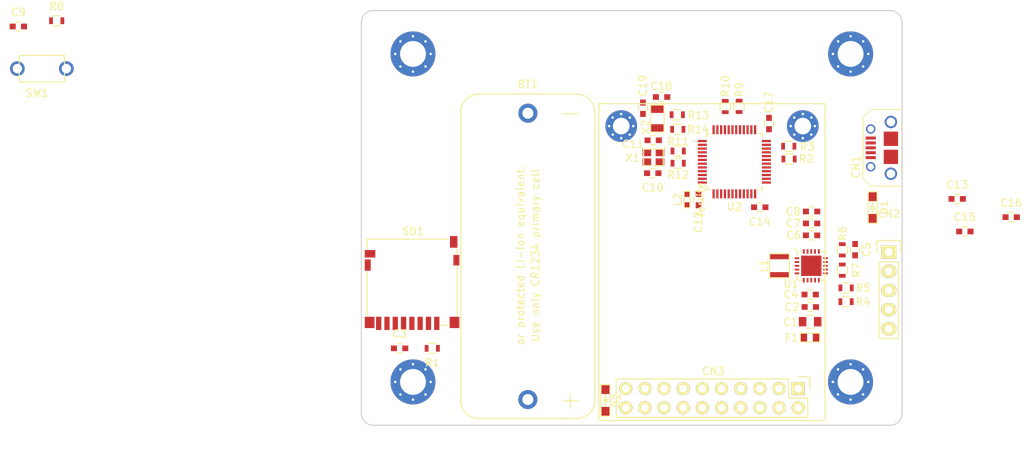
<source format=kicad_pcb>
(kicad_pcb (version 20160815) (host pcbnew "(2017-01-24 revision 0b6147e)-makepkg")

  (general
    (links 175)
    (no_connects 127)
    (area 98.984999 95.604999 170.825001 150.735001)
    (thickness 1.6)
    (drawings 12)
    (tracks 0)
    (zones 0)
    (modules 52)
    (nets 73)
  )

  (page A4)
  (layers
    (0 F.Cu signal)
    (31 B.Cu signal)
    (32 B.Adhes user)
    (33 F.Adhes user)
    (34 B.Paste user)
    (35 F.Paste user)
    (36 B.SilkS user)
    (37 F.SilkS user)
    (38 B.Mask user)
    (39 F.Mask user)
    (40 Dwgs.User user)
    (41 Cmts.User user)
    (42 Eco1.User user)
    (43 Eco2.User user)
    (44 Edge.Cuts user)
    (45 Margin user)
    (46 B.CrtYd user)
    (47 F.CrtYd user)
    (48 B.Fab user)
    (49 F.Fab user)
  )

  (setup
    (last_trace_width 0.25)
    (trace_clearance 0.2)
    (zone_clearance 0.508)
    (zone_45_only no)
    (trace_min 0.2)
    (segment_width 0.2)
    (edge_width 0.15)
    (via_size 0.8)
    (via_drill 0.4)
    (via_min_size 0.4)
    (via_min_drill 0.3)
    (uvia_size 0.3)
    (uvia_drill 0.1)
    (uvias_allowed no)
    (uvia_min_size 0.2)
    (uvia_min_drill 0.1)
    (pcb_text_width 0.3)
    (pcb_text_size 1.5 1.5)
    (mod_edge_width 0.15)
    (mod_text_size 1 1)
    (mod_text_width 0.15)
    (pad_size 1.524 1.524)
    (pad_drill 0.762)
    (pad_to_mask_clearance 0.0762)
    (aux_axis_origin 0 0)
    (visible_elements 7FFEFF7F)
    (pcbplotparams
      (layerselection 0x00030_ffffffff)
      (usegerberextensions false)
      (excludeedgelayer true)
      (linewidth 0.100000)
      (plotframeref false)
      (viasonmask false)
      (mode 1)
      (useauxorigin false)
      (hpglpennumber 1)
      (hpglpenspeed 20)
      (hpglpendiameter 15)
      (psnegative false)
      (psa4output false)
      (plotreference true)
      (plotvalue true)
      (plotinvisibletext false)
      (padsonsilk false)
      (subtractmaskfromsilk false)
      (outputformat 1)
      (mirror false)
      (drillshape 1)
      (scaleselection 1)
      (outputdirectory ""))
  )

  (net 0 "")
  (net 1 GND)
  (net 2 /+VBAT)
  (net 3 /+VIN)
  (net 4 /+3V3)
  (net 5 "Net-(C5-Pad2)")
  (net 6 /NRST)
  (net 7 "Net-(C10-Pad2)")
  (net 8 "Net-(C11-Pad2)")
  (net 9 /+VDDA)
  (net 10 "Net-(C18-Pad2)")
  (net 11 "Net-(C19-Pad2)")
  (net 12 /+VUSB)
  (net 13 "Net-(CN1-Pad2)")
  (net 14 "Net-(CN1-Pad3)")
  (net 15 "Net-(CN1-Pad4)")
  (net 16 /SWCLK)
  (net 17 /SWDIO)
  (net 18 /SPI2_MOSI)
  (net 19 /SPI2_NSS_TRX)
  (net 20 /SPI2_SCK)
  (net 21 /SPI2_MISO)
  (net 22 /TRX_DIO5)
  (net 23 /TRX_DIO3)
  (net 24 /TRX_DIO4)
  (net 25 /TRX_DIO1)
  (net 26 /TRX_DIO2)
  (net 27 /TRX_RESET)
  (net 28 /TRX_DIO0)
  (net 29 /TRX_RXEN)
  (net 30 /TRX_RXTX)
  (net 31 /TRX_MODE)
  (net 32 /TRX_TXEN)
  (net 33 "Net-(D1-Pad1)")
  (net 34 "Net-(L1-Pad1)")
  (net 35 "Net-(L1-Pad2)")
  (net 36 /SPI2_NSS_SDCARD)
  (net 37 /USB_DM)
  (net 38 /USB_DP)
  (net 39 "Net-(R4-Pad1)")
  (net 40 /BOOT0)
  (net 41 "Net-(R11-Pad1)")
  (net 42 "Net-(R12-Pad1)")
  (net 43 "Net-(R13-Pad2)")
  (net 44 "Net-(R14-Pad2)")
  (net 45 "Net-(SD1-Pad8)")
  (net 46 "Net-(SD1-Pad1)")
  (net 47 "Net-(U1-Pad16)")
  (net 48 "Net-(U2-Pad46)")
  (net 49 "Net-(U2-Pad45)")
  (net 50 "Net-(U2-Pad43)")
  (net 51 "Net-(U2-Pad42)")
  (net 52 "Net-(U2-Pad41)")
  (net 53 "Net-(U2-Pad40)")
  (net 54 "Net-(U2-Pad39)")
  (net 55 "Net-(U2-Pad38)")
  (net 56 "Net-(U2-Pad31)")
  (net 57 "Net-(U2-Pad30)")
  (net 58 "Net-(U2-Pad29)")
  (net 59 "Net-(U2-Pad25)")
  (net 60 "Net-(U2-Pad22)")
  (net 61 "Net-(U2-Pad21)")
  (net 62 "Net-(U2-Pad20)")
  (net 63 "Net-(U2-Pad19)")
  (net 64 "Net-(U2-Pad18)")
  (net 65 "Net-(U2-Pad17)")
  (net 66 "Net-(U2-Pad16)")
  (net 67 "Net-(U2-Pad15)")
  (net 68 "Net-(U2-Pad14)")
  (net 69 "Net-(U2-Pad13)")
  (net 70 "Net-(U2-Pad12)")
  (net 71 "Net-(U2-Pad10)")
  (net 72 "Net-(U2-Pad2)")

  (net_class Default "This is the default net class."
    (clearance 0.2)
    (trace_width 0.25)
    (via_dia 0.8)
    (via_drill 0.4)
    (uvia_dia 0.3)
    (uvia_drill 0.1)
    (add_net /+3V3)
    (add_net /+VBAT)
    (add_net /+VDDA)
    (add_net /+VIN)
    (add_net /+VUSB)
    (add_net /BOOT0)
    (add_net /NRST)
    (add_net /SPI2_MISO)
    (add_net /SPI2_MOSI)
    (add_net /SPI2_NSS_SDCARD)
    (add_net /SPI2_NSS_TRX)
    (add_net /SPI2_SCK)
    (add_net /SWCLK)
    (add_net /SWDIO)
    (add_net /TRX_DIO0)
    (add_net /TRX_DIO1)
    (add_net /TRX_DIO2)
    (add_net /TRX_DIO3)
    (add_net /TRX_DIO4)
    (add_net /TRX_DIO5)
    (add_net /TRX_MODE)
    (add_net /TRX_RESET)
    (add_net /TRX_RXEN)
    (add_net /TRX_RXTX)
    (add_net /TRX_TXEN)
    (add_net /USB_DM)
    (add_net /USB_DP)
    (add_net GND)
    (add_net "Net-(C10-Pad2)")
    (add_net "Net-(C11-Pad2)")
    (add_net "Net-(C18-Pad2)")
    (add_net "Net-(C19-Pad2)")
    (add_net "Net-(C5-Pad2)")
    (add_net "Net-(CN1-Pad2)")
    (add_net "Net-(CN1-Pad3)")
    (add_net "Net-(CN1-Pad4)")
    (add_net "Net-(D1-Pad1)")
    (add_net "Net-(L1-Pad1)")
    (add_net "Net-(L1-Pad2)")
    (add_net "Net-(R11-Pad1)")
    (add_net "Net-(R12-Pad1)")
    (add_net "Net-(R13-Pad2)")
    (add_net "Net-(R14-Pad2)")
    (add_net "Net-(R4-Pad1)")
    (add_net "Net-(SD1-Pad1)")
    (add_net "Net-(SD1-Pad8)")
    (add_net "Net-(U1-Pad16)")
    (add_net "Net-(U2-Pad10)")
    (add_net "Net-(U2-Pad12)")
    (add_net "Net-(U2-Pad13)")
    (add_net "Net-(U2-Pad14)")
    (add_net "Net-(U2-Pad15)")
    (add_net "Net-(U2-Pad16)")
    (add_net "Net-(U2-Pad17)")
    (add_net "Net-(U2-Pad18)")
    (add_net "Net-(U2-Pad19)")
    (add_net "Net-(U2-Pad2)")
    (add_net "Net-(U2-Pad20)")
    (add_net "Net-(U2-Pad21)")
    (add_net "Net-(U2-Pad22)")
    (add_net "Net-(U2-Pad25)")
    (add_net "Net-(U2-Pad29)")
    (add_net "Net-(U2-Pad30)")
    (add_net "Net-(U2-Pad31)")
    (add_net "Net-(U2-Pad38)")
    (add_net "Net-(U2-Pad39)")
    (add_net "Net-(U2-Pad40)")
    (add_net "Net-(U2-Pad41)")
    (add_net "Net-(U2-Pad42)")
    (add_net "Net-(U2-Pad43)")
    (add_net "Net-(U2-Pad45)")
    (add_net "Net-(U2-Pad46)")
  )

  (module mpd-bh123a:mpd-BH123A (layer F.Cu) (tedit 5B11A47C) (tstamp 5B1BF219)
    (at 121.158 128.27 180)
    (path /5B0B0DAA)
    (fp_text reference BT1 (at 0.04 22.81 180) (layer F.SilkS)
      (effects (font (size 1 1) (thickness 0.15)))
    )
    (fp_text value CR123A (at 0.03 -24.82 180) (layer F.Fab)
      (effects (font (size 1 1) (thickness 0.15)))
    )
    (fp_line (start -6.59 -19.15) (end -4.67 -19.15) (layer F.SilkS) (width 0.15))
    (fp_line (start -4.67 -19.15) (end -4.67 -19.15) (layer F.SilkS) (width 0.15))
    (fp_line (start -4.68 18.91) (end -4.68 18.91) (layer F.SilkS) (width 0.15))
    (fp_line (start -6.6 18.91) (end -4.68 18.91) (layer F.SilkS) (width 0.15))
    (fp_line (start -5.601804 -20.157932) (end -5.601804 -20.157932) (layer F.SilkS) (width 0.15))
    (fp_line (start -5.601804 -18.237932) (end -5.601804 -20.157932) (layer F.SilkS) (width 0.15))
    (fp_line (start -6.42 -21.49) (end 6.54 -21.49) (layer F.SilkS) (width 0.15))
    (fp_line (start 8.92 -19.01) (end 8.92 19.14) (layer F.SilkS) (width 0.15))
    (fp_line (start 6.58 21.51) (end -6.49 21.51) (layer F.SilkS) (width 0.15))
    (fp_line (start -8.86 19.12) (end -8.86 -19.1) (layer F.SilkS) (width 0.15))
    (fp_arc (start 6.54 19.132266) (end 8.92 19.132266) (angle 92.50038509) (layer F.SilkS) (width 0.15))
    (fp_arc (start 6.54 -19.11) (end 6.54 -21.49) (angle 92.50038509) (layer F.SilkS) (width 0.15))
    (fp_arc (start -6.48 -19.11) (end -8.86 -19.11) (angle 92.50038509) (layer F.SilkS) (width 0.15))
    (fp_arc (start -6.48 19.13) (end -6.48 21.51) (angle 92.50038509) (layer F.SilkS) (width 0.15))
    (fp_line (start -8.86 -18.91) (end -8.86 -18.91) (layer F.SilkS) (width 0.15))
    (fp_line (start -5.2 -21.49) (end -4.4 -21.49) (layer F.SilkS) (width 0.15))
    (fp_line (start -4.4 -21.49) (end -4.4 -21.49) (layer F.SilkS) (width 0.15))
    (fp_text user "Use only CR123A primary cell" (at -0.97 0.14 270) (layer F.SilkS)
      (effects (font (size 1 1) (thickness 0.15)))
    )
    (fp_text user "or protected Li-Ion equivalent." (at 1.01 0.13 270) (layer F.SilkS)
      (effects (font (size 1 1) (thickness 0.15)))
    )
    (pad 2 thru_hole circle (at 0.02 18.98 180) (size 2.524 2.524) (drill 1.47) (layers *.Cu *.Mask)
      (net 1 GND))
    (pad 1 thru_hole circle (at 0.03 -18.98 180) (size 2.524 2.524) (drill 1.47) (layers *.Cu *.Mask)
      (net 2 /+VBAT))
    (pad "" np_thru_hole circle (at 6.4 -19.575 180) (size 1.27 1.27) (drill 1.27) (layers *.Cu *.Mask))
    (model ${KIPRJMOD}/3dmodels/mpd-bh123a-nobat.step
      (at (xyz -1.299212598425197 -0.7598425196850395 -0.6220472440944883))
      (scale (xyz 1 1 1))
      (rotate (xyz 270 0 270))
    )
  )

  (module Capacitors_SMD:C_0805 (layer F.Cu) (tedit 5415D6EA) (tstamp 5B1BF21F)
    (at 158.56 136.93)
    (descr "Capacitor SMD 0805, reflow soldering, AVX (see smccp.pdf)")
    (tags "capacitor 0805")
    (path /5B0434F9)
    (attr smd)
    (fp_text reference C1 (at -2.61 0.04) (layer F.SilkS)
      (effects (font (size 1 1) (thickness 0.15)))
    )
    (fp_text value DNP (at 0 2.1) (layer F.Fab)
      (effects (font (size 1 1) (thickness 0.15)))
    )
    (fp_line (start -1.8 -1) (end 1.8 -1) (layer F.CrtYd) (width 0.05))
    (fp_line (start -1.8 1) (end 1.8 1) (layer F.CrtYd) (width 0.05))
    (fp_line (start -1.8 -1) (end -1.8 1) (layer F.CrtYd) (width 0.05))
    (fp_line (start 1.8 -1) (end 1.8 1) (layer F.CrtYd) (width 0.05))
    (fp_line (start 0.5 -0.85) (end -0.5 -0.85) (layer F.SilkS) (width 0.15))
    (fp_line (start -0.5 0.85) (end 0.5 0.85) (layer F.SilkS) (width 0.15))
    (pad 1 smd rect (at -1 0) (size 1 1.25) (layers F.Cu F.Paste F.Mask)
      (net 3 /+VIN))
    (pad 2 smd rect (at 1 0) (size 1 1.25) (layers F.Cu F.Paste F.Mask)
      (net 1 GND))
    (model Capacitors_SMD.3dshapes/C_0805.wrl
      (at (xyz 0 0 0))
      (scale (xyz 1 1 1))
      (rotate (xyz 0 0 0))
    )
  )

  (module Capacitors_SMD:C_0603 (layer F.Cu) (tedit 5415D631) (tstamp 5B1BF225)
    (at 158.578456 134.9791)
    (descr "Capacitor SMD 0603, reflow soldering, AVX (see smccp.pdf)")
    (tags "capacitor 0603")
    (path /5B043476)
    (attr smd)
    (fp_text reference C2 (at -2.426 0.018) (layer F.SilkS)
      (effects (font (size 1 1) (thickness 0.15)))
    )
    (fp_text value 10uF (at 0 1.9) (layer F.Fab)
      (effects (font (size 1 1) (thickness 0.15)))
    )
    (fp_line (start 0.35 0.6) (end -0.35 0.6) (layer F.SilkS) (width 0.15))
    (fp_line (start -0.35 -0.6) (end 0.35 -0.6) (layer F.SilkS) (width 0.15))
    (fp_line (start 1.45 -0.75) (end 1.45 0.75) (layer F.CrtYd) (width 0.05))
    (fp_line (start -1.45 -0.75) (end -1.45 0.75) (layer F.CrtYd) (width 0.05))
    (fp_line (start -1.45 0.75) (end 1.45 0.75) (layer F.CrtYd) (width 0.05))
    (fp_line (start -1.45 -0.75) (end 1.45 -0.75) (layer F.CrtYd) (width 0.05))
    (pad 2 smd rect (at 0.75 0) (size 0.8 0.75) (layers F.Cu F.Paste F.Mask)
      (net 1 GND))
    (pad 1 smd rect (at -0.75 0) (size 0.8 0.75) (layers F.Cu F.Paste F.Mask)
      (net 3 /+VIN))
    (model Capacitors_SMD.3dshapes/C_0603.wrl
      (at (xyz 0 0 0))
      (scale (xyz 1 1 1))
      (rotate (xyz 0 0 0))
    )
  )

  (module Capacitors_SMD:C_0603 (layer F.Cu) (tedit 5415D631) (tstamp 5B1BF22B)
    (at 104.128 140.462)
    (descr "Capacitor SMD 0603, reflow soldering, AVX (see smccp.pdf)")
    (tags "capacitor 0603")
    (path /5B0A7C34)
    (attr smd)
    (fp_text reference C3 (at 0 -1.9) (layer F.SilkS)
      (effects (font (size 1 1) (thickness 0.15)))
    )
    (fp_text value .1uF (at 0 1.9) (layer F.Fab)
      (effects (font (size 1 1) (thickness 0.15)))
    )
    (fp_line (start 0.35 0.6) (end -0.35 0.6) (layer F.SilkS) (width 0.15))
    (fp_line (start -0.35 -0.6) (end 0.35 -0.6) (layer F.SilkS) (width 0.15))
    (fp_line (start 1.45 -0.75) (end 1.45 0.75) (layer F.CrtYd) (width 0.05))
    (fp_line (start -1.45 -0.75) (end -1.45 0.75) (layer F.CrtYd) (width 0.05))
    (fp_line (start -1.45 0.75) (end 1.45 0.75) (layer F.CrtYd) (width 0.05))
    (fp_line (start -1.45 -0.75) (end 1.45 -0.75) (layer F.CrtYd) (width 0.05))
    (pad 2 smd rect (at 0.75 0) (size 0.8 0.75) (layers F.Cu F.Paste F.Mask)
      (net 1 GND))
    (pad 1 smd rect (at -0.75 0) (size 0.8 0.75) (layers F.Cu F.Paste F.Mask)
      (net 4 /+3V3))
    (model Capacitors_SMD.3dshapes/C_0603.wrl
      (at (xyz 0 0 0))
      (scale (xyz 1 1 1))
      (rotate (xyz 0 0 0))
    )
  )

  (module Capacitors_SMD:C_0603 (layer F.Cu) (tedit 5415D631) (tstamp 5B1BF231)
    (at 158.558456 133.3291)
    (descr "Capacitor SMD 0603, reflow soldering, AVX (see smccp.pdf)")
    (tags "capacitor 0603")
    (path /5B043391)
    (attr smd)
    (fp_text reference C4 (at -2.54 0) (layer F.SilkS)
      (effects (font (size 1 1) (thickness 0.15)))
    )
    (fp_text value 10uF (at 0 1.9) (layer F.Fab)
      (effects (font (size 1 1) (thickness 0.15)))
    )
    (fp_line (start -1.45 -0.75) (end 1.45 -0.75) (layer F.CrtYd) (width 0.05))
    (fp_line (start -1.45 0.75) (end 1.45 0.75) (layer F.CrtYd) (width 0.05))
    (fp_line (start -1.45 -0.75) (end -1.45 0.75) (layer F.CrtYd) (width 0.05))
    (fp_line (start 1.45 -0.75) (end 1.45 0.75) (layer F.CrtYd) (width 0.05))
    (fp_line (start -0.35 -0.6) (end 0.35 -0.6) (layer F.SilkS) (width 0.15))
    (fp_line (start 0.35 0.6) (end -0.35 0.6) (layer F.SilkS) (width 0.15))
    (pad 1 smd rect (at -0.75 0) (size 0.8 0.75) (layers F.Cu F.Paste F.Mask)
      (net 3 /+VIN))
    (pad 2 smd rect (at 0.75 0) (size 0.8 0.75) (layers F.Cu F.Paste F.Mask)
      (net 1 GND))
    (model Capacitors_SMD.3dshapes/C_0603.wrl
      (at (xyz 0 0 0))
      (scale (xyz 1 1 1))
      (rotate (xyz 0 0 0))
    )
  )

  (module Capacitors_SMD:C_0603 (layer F.Cu) (tedit 5415D631) (tstamp 5B1BF237)
    (at 164.518456 127.3791 270)
    (descr "Capacitor SMD 0603, reflow soldering, AVX (see smccp.pdf)")
    (tags "capacitor 0603")
    (path /5B045222)
    (attr smd)
    (fp_text reference C5 (at 0 -1.54 270) (layer F.SilkS)
      (effects (font (size 1 1) (thickness 0.15)))
    )
    (fp_text value DNP (at 0 1.9 270) (layer F.Fab)
      (effects (font (size 1 1) (thickness 0.15)))
    )
    (fp_line (start -1.45 -0.75) (end 1.45 -0.75) (layer F.CrtYd) (width 0.05))
    (fp_line (start -1.45 0.75) (end 1.45 0.75) (layer F.CrtYd) (width 0.05))
    (fp_line (start -1.45 -0.75) (end -1.45 0.75) (layer F.CrtYd) (width 0.05))
    (fp_line (start 1.45 -0.75) (end 1.45 0.75) (layer F.CrtYd) (width 0.05))
    (fp_line (start -0.35 -0.6) (end 0.35 -0.6) (layer F.SilkS) (width 0.15))
    (fp_line (start 0.35 0.6) (end -0.35 0.6) (layer F.SilkS) (width 0.15))
    (pad 1 smd rect (at -0.75 0 270) (size 0.8 0.75) (layers F.Cu F.Paste F.Mask)
      (net 4 /+3V3))
    (pad 2 smd rect (at 0.75 0 270) (size 0.8 0.75) (layers F.Cu F.Paste F.Mask)
      (net 5 "Net-(C5-Pad2)"))
    (model Capacitors_SMD.3dshapes/C_0603.wrl
      (at (xyz 0 0 0))
      (scale (xyz 1 1 1))
      (rotate (xyz 0 0 0))
    )
  )

  (module Capacitors_SMD:C_0603 (layer F.Cu) (tedit 5415D631) (tstamp 5B1BF23D)
    (at 158.748456 125.4791)
    (descr "Capacitor SMD 0603, reflow soldering, AVX (see smccp.pdf)")
    (tags "capacitor 0603")
    (path /5B041B4C)
    (attr smd)
    (fp_text reference C6 (at -2.388456 0.0009 180) (layer F.SilkS)
      (effects (font (size 1 1) (thickness 0.15)))
    )
    (fp_text value 22uF (at 0 1.9) (layer F.Fab)
      (effects (font (size 1 1) (thickness 0.15)))
    )
    (fp_line (start 0.35 0.6) (end -0.35 0.6) (layer F.SilkS) (width 0.15))
    (fp_line (start -0.35 -0.6) (end 0.35 -0.6) (layer F.SilkS) (width 0.15))
    (fp_line (start 1.45 -0.75) (end 1.45 0.75) (layer F.CrtYd) (width 0.05))
    (fp_line (start -1.45 -0.75) (end -1.45 0.75) (layer F.CrtYd) (width 0.05))
    (fp_line (start -1.45 0.75) (end 1.45 0.75) (layer F.CrtYd) (width 0.05))
    (fp_line (start -1.45 -0.75) (end 1.45 -0.75) (layer F.CrtYd) (width 0.05))
    (pad 2 smd rect (at 0.75 0) (size 0.8 0.75) (layers F.Cu F.Paste F.Mask)
      (net 1 GND))
    (pad 1 smd rect (at -0.75 0) (size 0.8 0.75) (layers F.Cu F.Paste F.Mask)
      (net 4 /+3V3))
    (model Capacitors_SMD.3dshapes/C_0603.wrl
      (at (xyz 0 0 0))
      (scale (xyz 1 1 1))
      (rotate (xyz 0 0 0))
    )
  )

  (module Capacitors_SMD:C_0603 (layer F.Cu) (tedit 5415D631) (tstamp 5B1BF243)
    (at 158.748456 123.8991)
    (descr "Capacitor SMD 0603, reflow soldering, AVX (see smccp.pdf)")
    (tags "capacitor 0603")
    (path /5B042347)
    (attr smd)
    (fp_text reference C7 (at -2.428456 0.0109 180) (layer F.SilkS)
      (effects (font (size 1 1) (thickness 0.15)))
    )
    (fp_text value 22uF (at 0 1.9) (layer F.Fab)
      (effects (font (size 1 1) (thickness 0.15)))
    )
    (fp_line (start -1.45 -0.75) (end 1.45 -0.75) (layer F.CrtYd) (width 0.05))
    (fp_line (start -1.45 0.75) (end 1.45 0.75) (layer F.CrtYd) (width 0.05))
    (fp_line (start -1.45 -0.75) (end -1.45 0.75) (layer F.CrtYd) (width 0.05))
    (fp_line (start 1.45 -0.75) (end 1.45 0.75) (layer F.CrtYd) (width 0.05))
    (fp_line (start -0.35 -0.6) (end 0.35 -0.6) (layer F.SilkS) (width 0.15))
    (fp_line (start 0.35 0.6) (end -0.35 0.6) (layer F.SilkS) (width 0.15))
    (pad 1 smd rect (at -0.75 0) (size 0.8 0.75) (layers F.Cu F.Paste F.Mask)
      (net 4 /+3V3))
    (pad 2 smd rect (at 0.75 0) (size 0.8 0.75) (layers F.Cu F.Paste F.Mask)
      (net 1 GND))
    (model Capacitors_SMD.3dshapes/C_0603.wrl
      (at (xyz 0 0 0))
      (scale (xyz 1 1 1))
      (rotate (xyz 0 0 0))
    )
  )

  (module Capacitors_SMD:C_0603 (layer F.Cu) (tedit 5415D631) (tstamp 5B1BF249)
    (at 158.748456 122.3191)
    (descr "Capacitor SMD 0603, reflow soldering, AVX (see smccp.pdf)")
    (tags "capacitor 0603")
    (path /5B0423C0)
    (attr smd)
    (fp_text reference C8 (at -2.448456 0.0009 180) (layer F.SilkS)
      (effects (font (size 1 1) (thickness 0.15)))
    )
    (fp_text value DNP (at 0 1.9) (layer F.Fab)
      (effects (font (size 1 1) (thickness 0.15)))
    )
    (fp_line (start 0.35 0.6) (end -0.35 0.6) (layer F.SilkS) (width 0.15))
    (fp_line (start -0.35 -0.6) (end 0.35 -0.6) (layer F.SilkS) (width 0.15))
    (fp_line (start 1.45 -0.75) (end 1.45 0.75) (layer F.CrtYd) (width 0.05))
    (fp_line (start -1.45 -0.75) (end -1.45 0.75) (layer F.CrtYd) (width 0.05))
    (fp_line (start -1.45 0.75) (end 1.45 0.75) (layer F.CrtYd) (width 0.05))
    (fp_line (start -1.45 -0.75) (end 1.45 -0.75) (layer F.CrtYd) (width 0.05))
    (pad 2 smd rect (at 0.75 0) (size 0.8 0.75) (layers F.Cu F.Paste F.Mask)
      (net 1 GND))
    (pad 1 smd rect (at -0.75 0) (size 0.8 0.75) (layers F.Cu F.Paste F.Mask)
      (net 4 /+3V3))
    (model Capacitors_SMD.3dshapes/C_0603.wrl
      (at (xyz 0 0 0))
      (scale (xyz 1 1 1))
      (rotate (xyz 0 0 0))
    )
  )

  (module Capacitors_SMD:C_0603 (layer F.Cu) (tedit 5415D631) (tstamp 5B1BF24F)
    (at 53.582 97.79)
    (descr "Capacitor SMD 0603, reflow soldering, AVX (see smccp.pdf)")
    (tags "capacitor 0603")
    (path /5B0826B4)
    (attr smd)
    (fp_text reference C9 (at 0 -1.9) (layer F.SilkS)
      (effects (font (size 1 1) (thickness 0.15)))
    )
    (fp_text value 100nF (at 0 1.9) (layer F.Fab)
      (effects (font (size 1 1) (thickness 0.15)))
    )
    (fp_line (start 0.35 0.6) (end -0.35 0.6) (layer F.SilkS) (width 0.15))
    (fp_line (start -0.35 -0.6) (end 0.35 -0.6) (layer F.SilkS) (width 0.15))
    (fp_line (start 1.45 -0.75) (end 1.45 0.75) (layer F.CrtYd) (width 0.05))
    (fp_line (start -1.45 -0.75) (end -1.45 0.75) (layer F.CrtYd) (width 0.05))
    (fp_line (start -1.45 0.75) (end 1.45 0.75) (layer F.CrtYd) (width 0.05))
    (fp_line (start -1.45 -0.75) (end 1.45 -0.75) (layer F.CrtYd) (width 0.05))
    (pad 2 smd rect (at 0.75 0) (size 0.8 0.75) (layers F.Cu F.Paste F.Mask)
      (net 6 /NRST))
    (pad 1 smd rect (at -0.75 0) (size 0.8 0.75) (layers F.Cu F.Paste F.Mask)
      (net 1 GND))
    (model Capacitors_SMD.3dshapes/C_0603.wrl
      (at (xyz 0 0 0))
      (scale (xyz 1 1 1))
      (rotate (xyz 0 0 0))
    )
  )

  (module Capacitors_SMD:C_0603 (layer F.Cu) (tedit 5415D631) (tstamp 5B1BF255)
    (at 137.69 117.24 180)
    (descr "Capacitor SMD 0603, reflow soldering, AVX (see smccp.pdf)")
    (tags "capacitor 0603")
    (path /5B096D6A)
    (attr smd)
    (fp_text reference C10 (at 0 -1.9 180) (layer F.SilkS)
      (effects (font (size 1 1) (thickness 0.15)))
    )
    (fp_text value 8pF (at 0 1.9 180) (layer F.Fab)
      (effects (font (size 1 1) (thickness 0.15)))
    )
    (fp_line (start 0.35 0.6) (end -0.35 0.6) (layer F.SilkS) (width 0.15))
    (fp_line (start -0.35 -0.6) (end 0.35 -0.6) (layer F.SilkS) (width 0.15))
    (fp_line (start 1.45 -0.75) (end 1.45 0.75) (layer F.CrtYd) (width 0.05))
    (fp_line (start -1.45 -0.75) (end -1.45 0.75) (layer F.CrtYd) (width 0.05))
    (fp_line (start -1.45 0.75) (end 1.45 0.75) (layer F.CrtYd) (width 0.05))
    (fp_line (start -1.45 -0.75) (end 1.45 -0.75) (layer F.CrtYd) (width 0.05))
    (pad 2 smd rect (at 0.75 0 180) (size 0.8 0.75) (layers F.Cu F.Paste F.Mask)
      (net 7 "Net-(C10-Pad2)"))
    (pad 1 smd rect (at -0.75 0 180) (size 0.8 0.75) (layers F.Cu F.Paste F.Mask)
      (net 1 GND))
    (model Capacitors_SMD.3dshapes/C_0603.wrl
      (at (xyz 0 0 0))
      (scale (xyz 1 1 1))
      (rotate (xyz 0 0 0))
    )
  )

  (module Capacitors_SMD:C_0603 (layer F.Cu) (tedit 5415D631) (tstamp 5B1BF25B)
    (at 137.75 112.88)
    (descr "Capacitor SMD 0603, reflow soldering, AVX (see smccp.pdf)")
    (tags "capacitor 0603")
    (path /5B096F75)
    (attr smd)
    (fp_text reference C11 (at -2.67 0.51) (layer F.SilkS)
      (effects (font (size 1 1) (thickness 0.15)))
    )
    (fp_text value 8pF (at 0 1.9) (layer F.Fab)
      (effects (font (size 1 1) (thickness 0.15)))
    )
    (fp_line (start -1.45 -0.75) (end 1.45 -0.75) (layer F.CrtYd) (width 0.05))
    (fp_line (start -1.45 0.75) (end 1.45 0.75) (layer F.CrtYd) (width 0.05))
    (fp_line (start -1.45 -0.75) (end -1.45 0.75) (layer F.CrtYd) (width 0.05))
    (fp_line (start 1.45 -0.75) (end 1.45 0.75) (layer F.CrtYd) (width 0.05))
    (fp_line (start -0.35 -0.6) (end 0.35 -0.6) (layer F.SilkS) (width 0.15))
    (fp_line (start 0.35 0.6) (end -0.35 0.6) (layer F.SilkS) (width 0.15))
    (pad 1 smd rect (at -0.75 0) (size 0.8 0.75) (layers F.Cu F.Paste F.Mask)
      (net 1 GND))
    (pad 2 smd rect (at 0.75 0) (size 0.8 0.75) (layers F.Cu F.Paste F.Mask)
      (net 8 "Net-(C11-Pad2)"))
    (model Capacitors_SMD.3dshapes/C_0603.wrl
      (at (xyz 0 0 0))
      (scale (xyz 1 1 1))
      (rotate (xyz 0 0 0))
    )
  )

  (module Capacitors_SMD:C_0603 (layer F.Cu) (tedit 5415D631) (tstamp 5B1BF261)
    (at 143.758 120.738 270)
    (descr "Capacitor SMD 0603, reflow soldering, AVX (see smccp.pdf)")
    (tags "capacitor 0603")
    (path /5B0C297F)
    (attr smd)
    (fp_text reference C12 (at 2.982 0.008 270) (layer F.SilkS)
      (effects (font (size 1 1) (thickness 0.15)))
    )
    (fp_text value .1uF (at 0 1.9 270) (layer F.Fab)
      (effects (font (size 1 1) (thickness 0.15)))
    )
    (fp_line (start -1.45 -0.75) (end 1.45 -0.75) (layer F.CrtYd) (width 0.05))
    (fp_line (start -1.45 0.75) (end 1.45 0.75) (layer F.CrtYd) (width 0.05))
    (fp_line (start -1.45 -0.75) (end -1.45 0.75) (layer F.CrtYd) (width 0.05))
    (fp_line (start 1.45 -0.75) (end 1.45 0.75) (layer F.CrtYd) (width 0.05))
    (fp_line (start -0.35 -0.6) (end 0.35 -0.6) (layer F.SilkS) (width 0.15))
    (fp_line (start 0.35 0.6) (end -0.35 0.6) (layer F.SilkS) (width 0.15))
    (pad 1 smd rect (at -0.75 0 270) (size 0.8 0.75) (layers F.Cu F.Paste F.Mask)
      (net 9 /+VDDA))
    (pad 2 smd rect (at 0.75 0 270) (size 0.8 0.75) (layers F.Cu F.Paste F.Mask)
      (net 1 GND))
    (model Capacitors_SMD.3dshapes/C_0603.wrl
      (at (xyz 0 0 0))
      (scale (xyz 1 1 1))
      (rotate (xyz 0 0 0))
    )
  )

  (module Capacitors_SMD:C_0603 (layer F.Cu) (tedit 5415D631) (tstamp 5B1BF267)
    (at 178.054 120.65)
    (descr "Capacitor SMD 0603, reflow soldering, AVX (see smccp.pdf)")
    (tags "capacitor 0603")
    (path /5B0C3184)
    (attr smd)
    (fp_text reference C13 (at 0 -1.9) (layer F.SilkS)
      (effects (font (size 1 1) (thickness 0.15)))
    )
    (fp_text value 1uF (at 0 1.9) (layer F.Fab)
      (effects (font (size 1 1) (thickness 0.15)))
    )
    (fp_line (start -1.45 -0.75) (end 1.45 -0.75) (layer F.CrtYd) (width 0.05))
    (fp_line (start -1.45 0.75) (end 1.45 0.75) (layer F.CrtYd) (width 0.05))
    (fp_line (start -1.45 -0.75) (end -1.45 0.75) (layer F.CrtYd) (width 0.05))
    (fp_line (start 1.45 -0.75) (end 1.45 0.75) (layer F.CrtYd) (width 0.05))
    (fp_line (start -0.35 -0.6) (end 0.35 -0.6) (layer F.SilkS) (width 0.15))
    (fp_line (start 0.35 0.6) (end -0.35 0.6) (layer F.SilkS) (width 0.15))
    (pad 1 smd rect (at -0.75 0) (size 0.8 0.75) (layers F.Cu F.Paste F.Mask)
      (net 9 /+VDDA))
    (pad 2 smd rect (at 0.75 0) (size 0.8 0.75) (layers F.Cu F.Paste F.Mask)
      (net 1 GND))
    (model Capacitors_SMD.3dshapes/C_0603.wrl
      (at (xyz 0 0 0))
      (scale (xyz 1 1 1))
      (rotate (xyz 0 0 0))
    )
  )

  (module Capacitors_SMD:C_0603 (layer F.Cu) (tedit 5415D631) (tstamp 5B1BF26D)
    (at 151.874 121.754 180)
    (descr "Capacitor SMD 0603, reflow soldering, AVX (see smccp.pdf)")
    (tags "capacitor 0603")
    (path /5B0C32C8)
    (attr smd)
    (fp_text reference C14 (at 0 -1.9 180) (layer F.SilkS)
      (effects (font (size 1 1) (thickness 0.15)))
    )
    (fp_text value .1uF (at 0 1.9 180) (layer F.Fab)
      (effects (font (size 1 1) (thickness 0.15)))
    )
    (fp_line (start 0.35 0.6) (end -0.35 0.6) (layer F.SilkS) (width 0.15))
    (fp_line (start -0.35 -0.6) (end 0.35 -0.6) (layer F.SilkS) (width 0.15))
    (fp_line (start 1.45 -0.75) (end 1.45 0.75) (layer F.CrtYd) (width 0.05))
    (fp_line (start -1.45 -0.75) (end -1.45 0.75) (layer F.CrtYd) (width 0.05))
    (fp_line (start -1.45 0.75) (end 1.45 0.75) (layer F.CrtYd) (width 0.05))
    (fp_line (start -1.45 -0.75) (end 1.45 -0.75) (layer F.CrtYd) (width 0.05))
    (pad 2 smd rect (at 0.75 0 180) (size 0.8 0.75) (layers F.Cu F.Paste F.Mask)
      (net 1 GND))
    (pad 1 smd rect (at -0.75 0 180) (size 0.8 0.75) (layers F.Cu F.Paste F.Mask)
      (net 4 /+3V3))
    (model Capacitors_SMD.3dshapes/C_0603.wrl
      (at (xyz 0 0 0))
      (scale (xyz 1 1 1))
      (rotate (xyz 0 0 0))
    )
  )

  (module Capacitors_SMD:C_0603 (layer F.Cu) (tedit 5415D631) (tstamp 5B1BF273)
    (at 179.07 124.968)
    (descr "Capacitor SMD 0603, reflow soldering, AVX (see smccp.pdf)")
    (tags "capacitor 0603")
    (path /5B0C33F2)
    (attr smd)
    (fp_text reference C15 (at 0 -1.9) (layer F.SilkS)
      (effects (font (size 1 1) (thickness 0.15)))
    )
    (fp_text value .1uF (at 0 1.9) (layer F.Fab)
      (effects (font (size 1 1) (thickness 0.15)))
    )
    (fp_line (start -1.45 -0.75) (end 1.45 -0.75) (layer F.CrtYd) (width 0.05))
    (fp_line (start -1.45 0.75) (end 1.45 0.75) (layer F.CrtYd) (width 0.05))
    (fp_line (start -1.45 -0.75) (end -1.45 0.75) (layer F.CrtYd) (width 0.05))
    (fp_line (start 1.45 -0.75) (end 1.45 0.75) (layer F.CrtYd) (width 0.05))
    (fp_line (start -0.35 -0.6) (end 0.35 -0.6) (layer F.SilkS) (width 0.15))
    (fp_line (start 0.35 0.6) (end -0.35 0.6) (layer F.SilkS) (width 0.15))
    (pad 1 smd rect (at -0.75 0) (size 0.8 0.75) (layers F.Cu F.Paste F.Mask)
      (net 4 /+3V3))
    (pad 2 smd rect (at 0.75 0) (size 0.8 0.75) (layers F.Cu F.Paste F.Mask)
      (net 1 GND))
    (model Capacitors_SMD.3dshapes/C_0603.wrl
      (at (xyz 0 0 0))
      (scale (xyz 1 1 1))
      (rotate (xyz 0 0 0))
    )
  )

  (module Capacitors_SMD:C_0603 (layer F.Cu) (tedit 5415D631) (tstamp 5B1BF279)
    (at 185.21 123.07)
    (descr "Capacitor SMD 0603, reflow soldering, AVX (see smccp.pdf)")
    (tags "capacitor 0603")
    (path /5B0C3533)
    (attr smd)
    (fp_text reference C16 (at 0 -1.9) (layer F.SilkS)
      (effects (font (size 1 1) (thickness 0.15)))
    )
    (fp_text value .1uF (at 0 1.9) (layer F.Fab)
      (effects (font (size 1 1) (thickness 0.15)))
    )
    (fp_line (start -1.45 -0.75) (end 1.45 -0.75) (layer F.CrtYd) (width 0.05))
    (fp_line (start -1.45 0.75) (end 1.45 0.75) (layer F.CrtYd) (width 0.05))
    (fp_line (start -1.45 -0.75) (end -1.45 0.75) (layer F.CrtYd) (width 0.05))
    (fp_line (start 1.45 -0.75) (end 1.45 0.75) (layer F.CrtYd) (width 0.05))
    (fp_line (start -0.35 -0.6) (end 0.35 -0.6) (layer F.SilkS) (width 0.15))
    (fp_line (start 0.35 0.6) (end -0.35 0.6) (layer F.SilkS) (width 0.15))
    (pad 1 smd rect (at -0.75 0) (size 0.8 0.75) (layers F.Cu F.Paste F.Mask)
      (net 4 /+3V3))
    (pad 2 smd rect (at 0.75 0) (size 0.8 0.75) (layers F.Cu F.Paste F.Mask)
      (net 1 GND))
    (model Capacitors_SMD.3dshapes/C_0603.wrl
      (at (xyz 0 0 0))
      (scale (xyz 1 1 1))
      (rotate (xyz 0 0 0))
    )
  )

  (module Capacitors_SMD:C_0603 (layer F.Cu) (tedit 5415D631) (tstamp 5B1BF27F)
    (at 153.1 110.66 90)
    (descr "Capacitor SMD 0603, reflow soldering, AVX (see smccp.pdf)")
    (tags "capacitor 0603")
    (path /5B0C3619)
    (attr smd)
    (fp_text reference C17 (at 2.81 -0.03 90) (layer F.SilkS)
      (effects (font (size 1 1) (thickness 0.15)))
    )
    (fp_text value .1uF (at 0 1.9 90) (layer F.Fab)
      (effects (font (size 1 1) (thickness 0.15)))
    )
    (fp_line (start 0.35 0.6) (end -0.35 0.6) (layer F.SilkS) (width 0.15))
    (fp_line (start -0.35 -0.6) (end 0.35 -0.6) (layer F.SilkS) (width 0.15))
    (fp_line (start 1.45 -0.75) (end 1.45 0.75) (layer F.CrtYd) (width 0.05))
    (fp_line (start -1.45 -0.75) (end -1.45 0.75) (layer F.CrtYd) (width 0.05))
    (fp_line (start -1.45 0.75) (end 1.45 0.75) (layer F.CrtYd) (width 0.05))
    (fp_line (start -1.45 -0.75) (end 1.45 -0.75) (layer F.CrtYd) (width 0.05))
    (pad 2 smd rect (at 0.75 0 90) (size 0.8 0.75) (layers F.Cu F.Paste F.Mask)
      (net 1 GND))
    (pad 1 smd rect (at -0.75 0 90) (size 0.8 0.75) (layers F.Cu F.Paste F.Mask)
      (net 4 /+3V3))
    (model Capacitors_SMD.3dshapes/C_0603.wrl
      (at (xyz 0 0 0))
      (scale (xyz 1 1 1))
      (rotate (xyz 0 0 0))
    )
  )

  (module Capacitors_SMD:C_0603 (layer F.Cu) (tedit 5415D631) (tstamp 5B1BF285)
    (at 138.86 107.14 180)
    (descr "Capacitor SMD 0603, reflow soldering, AVX (see smccp.pdf)")
    (tags "capacitor 0603")
    (path /5B098883)
    (attr smd)
    (fp_text reference C18 (at 0.04 1.41 180) (layer F.SilkS)
      (effects (font (size 1 1) (thickness 0.15)))
    )
    (fp_text value 4.3pF (at 0 1.9 180) (layer F.Fab)
      (effects (font (size 1 1) (thickness 0.15)))
    )
    (fp_line (start 0.35 0.6) (end -0.35 0.6) (layer F.SilkS) (width 0.15))
    (fp_line (start -0.35 -0.6) (end 0.35 -0.6) (layer F.SilkS) (width 0.15))
    (fp_line (start 1.45 -0.75) (end 1.45 0.75) (layer F.CrtYd) (width 0.05))
    (fp_line (start -1.45 -0.75) (end -1.45 0.75) (layer F.CrtYd) (width 0.05))
    (fp_line (start -1.45 0.75) (end 1.45 0.75) (layer F.CrtYd) (width 0.05))
    (fp_line (start -1.45 -0.75) (end 1.45 -0.75) (layer F.CrtYd) (width 0.05))
    (pad 2 smd rect (at 0.75 0 180) (size 0.8 0.75) (layers F.Cu F.Paste F.Mask)
      (net 10 "Net-(C18-Pad2)"))
    (pad 1 smd rect (at -0.75 0 180) (size 0.8 0.75) (layers F.Cu F.Paste F.Mask)
      (net 1 GND))
    (model Capacitors_SMD.3dshapes/C_0603.wrl
      (at (xyz 0 0 0))
      (scale (xyz 1 1 1))
      (rotate (xyz 0 0 0))
    )
  )

  (module Capacitors_SMD:C_0603 (layer F.Cu) (tedit 5415D631) (tstamp 5B1BF28B)
    (at 136.39 108.63 270)
    (descr "Capacitor SMD 0603, reflow soldering, AVX (see smccp.pdf)")
    (tags "capacitor 0603")
    (path /5B098936)
    (attr smd)
    (fp_text reference C19 (at -2.98 0 270) (layer F.SilkS)
      (effects (font (size 1 1) (thickness 0.15)))
    )
    (fp_text value 4.3pF (at 0 1.9 270) (layer F.Fab)
      (effects (font (size 1 1) (thickness 0.15)))
    )
    (fp_line (start -1.45 -0.75) (end 1.45 -0.75) (layer F.CrtYd) (width 0.05))
    (fp_line (start -1.45 0.75) (end 1.45 0.75) (layer F.CrtYd) (width 0.05))
    (fp_line (start -1.45 -0.75) (end -1.45 0.75) (layer F.CrtYd) (width 0.05))
    (fp_line (start 1.45 -0.75) (end 1.45 0.75) (layer F.CrtYd) (width 0.05))
    (fp_line (start -0.35 -0.6) (end 0.35 -0.6) (layer F.SilkS) (width 0.15))
    (fp_line (start 0.35 0.6) (end -0.35 0.6) (layer F.SilkS) (width 0.15))
    (pad 1 smd rect (at -0.75 0 270) (size 0.8 0.75) (layers F.Cu F.Paste F.Mask)
      (net 1 GND))
    (pad 2 smd rect (at 0.75 0 270) (size 0.8 0.75) (layers F.Cu F.Paste F.Mask)
      (net 11 "Net-(C19-Pad2)"))
    (model Capacitors_SMD.3dshapes/C_0603.wrl
      (at (xyz 0 0 0))
      (scale (xyz 1 1 1))
      (rotate (xyz 0 0 0))
    )
  )

  (module amphenol-microusb-10118194:amphenol-microusb-10118194 (layer F.Cu) (tedit 5B1FCA90) (tstamp 5B1BF29A)
    (at 167.86 113.88 90)
    (descr "DESCRIPTION: PACKAGE FOR MICRO USB TYPE B CONNECTOR. BASED ON FCI 10118193-0001LF.")
    (tags "DESCRIPTION: PACKAGE FOR MICRO USB TYPE B CONNECTOR. BASED ON FCI 10118193-0001LF.")
    (path /5B080C0B)
    (attr smd)
    (fp_text reference CN1 (at -2.54 -3.20548 90) (layer F.SilkS)
      (effects (font (size 1.016 1.016) (thickness 0.1524)))
    )
    (fp_text value USBMICROb (at -2.54 -4.72948 90) (layer F.SilkS) hide
      (effects (font (size 1.016 1.016) (thickness 0.1524)))
    )
    (fp_line (start -5.08 2.85496) (end 5.08 2.85496) (layer F.SilkS) (width 0.127))
    (fp_line (start -5.08 2.85496) (end -5.08 -1.29794) (layer F.SilkS) (width 0.127))
    (fp_line (start -5.08 -1.29794) (end -4.07924 -2.2987) (layer F.SilkS) (width 0.127))
    (fp_line (start -4.07924 -2.2987) (end 4.07924 -2.2987) (layer F.SilkS) (width 0.127))
    (fp_line (start 4.07924 -2.2987) (end 5.08 -1.29794) (layer F.SilkS) (width 0.127))
    (fp_line (start 5.08 -1.29794) (end 5.08 2.85496) (layer F.SilkS) (width 0.127))
    (fp_line (start -3.54838 1.04902) (end -3.54838 1.74752) (layer F.SilkS) (width 0.00762))
    (pad 1 smd rect (at -1.29794 -1.27 270) (size 0.39878 1.34874) (layers F.Cu F.Paste F.Mask)
      (net 12 /+VUSB) (solder_mask_margin 0.127) (clearance 0.127))
    (pad 2 smd rect (at -0.6477 -1.27 270) (size 0.39878 1.34874) (layers F.Cu F.Paste F.Mask)
      (net 13 "Net-(CN1-Pad2)") (solder_mask_margin 0.127) (clearance 0.127))
    (pad 3 smd rect (at 0 -1.27 270) (size 0.39878 1.34874) (layers F.Cu F.Paste F.Mask)
      (net 14 "Net-(CN1-Pad3)") (solder_mask_margin 0.127) (clearance 0.127))
    (pad 4 smd rect (at 0.6477 -1.27 270) (size 0.39878 1.34874) (layers F.Cu F.Paste F.Mask)
      (net 15 "Net-(CN1-Pad4)") (solder_mask_margin 0.127) (clearance 0.127))
    (pad 5 smd rect (at 1.29794 -1.27 270) (size 0.39878 1.34874) (layers F.Cu F.Paste F.Mask)
      (net 1 GND) (solder_mask_margin 0.127) (clearance 0.127))
    (pad S5 smd rect (at -1.19888 1.40462 90) (size 1.89992 1.89992) (layers F.Cu F.Paste F.Mask))
    (pad S6 smd rect (at 1.19888 1.40462 90) (size 1.89992 1.89992) (layers F.Cu F.Paste F.Mask))
    (pad SLOT thru_hole circle (at -3.43 1.4 90) (size 1.65 1.65) (drill 1.15) (layers *.Cu *.Mask)
      (solder_mask_margin 0.000003) (clearance 0.000003))
    (pad SLOT thru_hole circle (at 3.43 1.4 90) (size 1.65 1.65) (drill 1.15) (layers *.Cu *.Mask)
      (solder_mask_margin 0.000003) (clearance 0.000003))
    (pad S3 thru_hole circle (at 2.49794 -1.27 270) (size 1.25 1.25) (drill 0.85) (layers *.Cu *.Mask)
      (solder_mask_margin 0.127) (clearance 0.127))
    (pad S4 thru_hole circle (at -2.50206 -1.27 270) (size 1.25 1.25) (drill 0.85) (layers *.Cu *.Mask)
      (solder_mask_margin 0.127) (clearance 0.127))
    (model ${KIPRJMOD}/3dmodels/10118194c.stp
      (at (xyz -2.952755905511811 0.06692913385826772 -0.015748031496063))
      (scale (xyz 1 1 1))
      (rotate (xyz 270 0 0))
    )
  )

  (module Pin_Headers:Pin_Header_Straight_1x05 (layer F.Cu) (tedit 54EA0684) (tstamp 5B1BF2A3)
    (at 168.98 127.71)
    (descr "Through hole pin header")
    (tags "pin header")
    (path /5B0B7D2F)
    (fp_text reference CN2 (at 0 -5.1) (layer F.SilkS)
      (effects (font (size 1 1) (thickness 0.15)))
    )
    (fp_text value ST-LINK (at 0 -3.1) (layer F.Fab)
      (effects (font (size 1 1) (thickness 0.15)))
    )
    (fp_line (start -1.55 0) (end -1.55 -1.55) (layer F.SilkS) (width 0.15))
    (fp_line (start -1.55 -1.55) (end 1.55 -1.55) (layer F.SilkS) (width 0.15))
    (fp_line (start 1.55 -1.55) (end 1.55 0) (layer F.SilkS) (width 0.15))
    (fp_line (start -1.75 -1.75) (end -1.75 11.95) (layer F.CrtYd) (width 0.05))
    (fp_line (start 1.75 -1.75) (end 1.75 11.95) (layer F.CrtYd) (width 0.05))
    (fp_line (start -1.75 -1.75) (end 1.75 -1.75) (layer F.CrtYd) (width 0.05))
    (fp_line (start -1.75 11.95) (end 1.75 11.95) (layer F.CrtYd) (width 0.05))
    (fp_line (start 1.27 1.27) (end 1.27 11.43) (layer F.SilkS) (width 0.15))
    (fp_line (start 1.27 11.43) (end -1.27 11.43) (layer F.SilkS) (width 0.15))
    (fp_line (start -1.27 11.43) (end -1.27 1.27) (layer F.SilkS) (width 0.15))
    (fp_line (start 1.27 1.27) (end -1.27 1.27) (layer F.SilkS) (width 0.15))
    (pad 1 thru_hole rect (at 0 0) (size 2.032 1.7272) (drill 1.016) (layers *.Cu *.Mask F.SilkS)
      (net 4 /+3V3))
    (pad 2 thru_hole oval (at 0 2.54) (size 2.032 1.7272) (drill 1.016) (layers *.Cu *.Mask F.SilkS)
      (net 16 /SWCLK))
    (pad 3 thru_hole oval (at 0 5.08) (size 2.032 1.7272) (drill 1.016) (layers *.Cu *.Mask F.SilkS)
      (net 1 GND))
    (pad 4 thru_hole oval (at 0 7.62) (size 2.032 1.7272) (drill 1.016) (layers *.Cu *.Mask F.SilkS)
      (net 17 /SWDIO))
    (pad 5 thru_hole oval (at 0 10.16) (size 2.032 1.7272) (drill 1.016) (layers *.Cu *.Mask F.SilkS)
      (net 6 /NRST))
    (model Pin_Headers.3dshapes/Pin_Header_Straight_1x05.wrl
      (at (xyz 0 -0.2 0))
      (scale (xyz 1 1 1))
      (rotate (xyz 0 0 90))
    )
  )

  (module onsemi-NRVB120VLSFT1G:onsemi-NRVB120VLSFT1G (layer F.Cu) (tedit 5B187722) (tstamp 5B1BF2D0)
    (at 166.84 121.79 90)
    (path /5B0B4377)
    (fp_text reference D1 (at 0.02 1.51 90) (layer F.SilkS)
      (effects (font (size 1 1) (thickness 0.15)))
    )
    (fp_text value SCHOTTKY (at 0.02 -1.64 90) (layer F.Fab)
      (effects (font (size 1 1) (thickness 0.15)))
    )
    (fp_line (start -0.15 -0.3) (end -0.15 0.3) (layer F.SilkS) (width 0.15))
    (fp_line (start -0.15 0.3) (end -0.15 0.3) (layer F.SilkS) (width 0.15))
    (fp_line (start -0.15 0) (end 0.15 -0.3) (layer F.SilkS) (width 0.15))
    (fp_line (start 0.15 -0.3) (end 0.15 0.3) (layer F.SilkS) (width 0.15))
    (fp_line (start 0.15 0.3) (end -0.14 0.01) (layer F.SilkS) (width 0.15))
    (fp_line (start -0.14 0.01) (end -0.14 0.01) (layer F.SilkS) (width 0.15))
    (fp_line (start -0.17 0) (end -0.77 0) (layer F.SilkS) (width 0.15))
    (fp_line (start -0.77 0) (end -0.77 0) (layer F.SilkS) (width 0.15))
    (fp_line (start 0.2 0) (end 0.75 0) (layer F.SilkS) (width 0.15))
    (fp_line (start 0.75 0) (end 0.75 0) (layer F.SilkS) (width 0.15))
    (fp_line (start -2.1 -0.61) (end 2.09 -0.61) (layer F.SilkS) (width 0.15))
    (fp_line (start 2.09 -0.61) (end 2.09 0.61) (layer F.SilkS) (width 0.15))
    (fp_line (start 2.09 0.61) (end -2.1 0.61) (layer F.SilkS) (width 0.15))
    (fp_line (start -2.1 0.61) (end -2.1 -0.61) (layer F.SilkS) (width 0.15))
    (fp_line (start -2.1 -0.61) (end -2.1 -0.61) (layer F.SilkS) (width 0.15))
    (pad 1 smd rect (at -1.48 0 90) (size 1.25 1.22) (layers F.Cu F.Paste F.Mask)
      (net 33 "Net-(D1-Pad1)"))
    (pad 2 smd rect (at 1.47 0 90) (size 1.25 1.22) (layers F.Cu F.Paste F.Mask)
      (net 12 /+VUSB))
    (model "C:/Users/Stache/Documents/KiCad Projects/3DModels/3d_smd_diode/walter/smd_diode/sod123.wrl"
      (at (xyz 0 0 0))
      (scale (xyz 1 1 1))
      (rotate (xyz 0 0 180))
    )
  )

  (module onsemi-NRVB120VLSFT1G:onsemi-NRVB120VLSFT1G (layer F.Cu) (tedit 5B187722) (tstamp 5B1BF2E5)
    (at 131.42 147.37 90)
    (path /5B0B3645)
    (fp_text reference D2 (at 0.02 1.51 90) (layer F.SilkS)
      (effects (font (size 1 1) (thickness 0.15)))
    )
    (fp_text value SCHOTTKY (at -0.21 -1.62 90) (layer F.Fab)
      (effects (font (size 1 1) (thickness 0.15)))
    )
    (fp_line (start -2.1 -0.61) (end -2.1 -0.61) (layer F.SilkS) (width 0.15))
    (fp_line (start -2.1 0.61) (end -2.1 -0.61) (layer F.SilkS) (width 0.15))
    (fp_line (start 2.09 0.61) (end -2.1 0.61) (layer F.SilkS) (width 0.15))
    (fp_line (start 2.09 -0.61) (end 2.09 0.61) (layer F.SilkS) (width 0.15))
    (fp_line (start -2.1 -0.61) (end 2.09 -0.61) (layer F.SilkS) (width 0.15))
    (fp_line (start 0.75 0) (end 0.75 0) (layer F.SilkS) (width 0.15))
    (fp_line (start 0.2 0) (end 0.75 0) (layer F.SilkS) (width 0.15))
    (fp_line (start -0.77 0) (end -0.77 0) (layer F.SilkS) (width 0.15))
    (fp_line (start -0.17 0) (end -0.77 0) (layer F.SilkS) (width 0.15))
    (fp_line (start -0.14 0.01) (end -0.14 0.01) (layer F.SilkS) (width 0.15))
    (fp_line (start 0.15 0.3) (end -0.14 0.01) (layer F.SilkS) (width 0.15))
    (fp_line (start 0.15 -0.3) (end 0.15 0.3) (layer F.SilkS) (width 0.15))
    (fp_line (start -0.15 0) (end 0.15 -0.3) (layer F.SilkS) (width 0.15))
    (fp_line (start -0.15 0.3) (end -0.15 0.3) (layer F.SilkS) (width 0.15))
    (fp_line (start -0.15 -0.3) (end -0.15 0.3) (layer F.SilkS) (width 0.15))
    (pad 2 smd rect (at 1.47 0 90) (size 1.25 1.22) (layers F.Cu F.Paste F.Mask)
      (net 2 /+VBAT))
    (pad 1 smd rect (at -1.48 0 90) (size 1.25 1.22) (layers F.Cu F.Paste F.Mask)
      (net 33 "Net-(D1-Pad1)"))
    (model "C:/Users/Stache/Documents/KiCad Projects/3DModels/3d_smd_diode/walter/smd_diode/sod123.wrl"
      (at (xyz 0 0 0))
      (scale (xyz 1 1 1))
      (rotate (xyz 0 0 180))
    )
  )

  (module belfuse-c2q:belfuse-c2q (layer F.Cu) (tedit 5B16CEC4) (tstamp 5B1BF2EB)
    (at 158.54 139.04 180)
    (path /5B0C934C)
    (fp_text reference F1 (at 2.45 -0.01 180) (layer F.SilkS)
      (effects (font (size 1 1) (thickness 0.15)))
    )
    (fp_text value 500mA (at -0.53 -3.13 180) (layer F.Fab)
      (effects (font (size 1 1) (thickness 0.15)))
    )
    (fp_line (start -1.29 -0.6) (end 1.3 -0.6) (layer F.SilkS) (width 0.15))
    (fp_line (start 1.3 0.6) (end -1.3 0.6) (layer F.SilkS) (width 0.15))
    (fp_line (start -1.3 0.6) (end -1.3 -0.6) (layer F.SilkS) (width 0.15))
    (fp_line (start -1.3 -0.6) (end -1.3 -0.6) (layer F.SilkS) (width 0.15))
    (fp_line (start 1.3 0.6) (end 1.3 -0.6) (layer F.SilkS) (width 0.15))
    (fp_line (start 1.3 -0.6) (end 1.3 -0.6) (layer F.SilkS) (width 0.15))
    (pad 1 smd rect (at -0.83 0 180) (size 0.91 1.27) (layers F.Cu F.Paste F.Mask)
      (net 33 "Net-(D1-Pad1)"))
    (pad 2 smd rect (at 0.84 0 180) (size 0.91 1.27) (layers F.Cu F.Paste F.Mask)
      (net 3 /+VIN))
    (model ${KIPRJMOD}/3dmodels/belfuse-c2q.step
      (at (xyz 0 0 0))
      (scale (xyz 1 1 1))
      (rotate (xyz 0 0 0))
    )
  )

  (module murata-1277AS-H-1R0M:murata-1277AS-H-1R0M (layer F.Cu) (tedit 5B13F67C) (tstamp 5B1BF2F1)
    (at 154.5 129.51 90)
    (path /5B041521)
    (fp_text reference L1 (at -0.01 -2.032 90) (layer F.SilkS)
      (effects (font (size 1 1) (thickness 0.15)))
    )
    (fp_text value 1uH (at 0.01 -2.83 90) (layer F.Fab)
      (effects (font (size 1 1) (thickness 0.15)))
    )
    (fp_line (start -1.6 -1.32) (end 1.6 -1.32) (layer F.SilkS) (width 0.15))
    (fp_line (start 1.6 -1.32) (end 1.6 1.3) (layer F.SilkS) (width 0.15))
    (fp_line (start 1.6 1.3) (end -1.6 1.3) (layer F.SilkS) (width 0.15))
    (fp_line (start -1.6 1.3) (end -1.6 -1.32) (layer F.SilkS) (width 0.15))
    (fp_line (start -1.6 -1.32) (end -1.6 -1.32) (layer F.SilkS) (width 0.15))
    (pad 1 smd rect (at -1.22 -0.01 90) (size 0.75 2.5) (layers F.Cu F.Paste F.Mask)
      (net 34 "Net-(L1-Pad1)"))
    (pad 2 smd rect (at 1.23 -0.01 90) (size 0.75 2.5) (layers F.Cu F.Paste F.Mask)
      (net 35 "Net-(L1-Pad2)"))
    (model "C:/Users/Stache/Documents/KiCad Projects/3DModels/3d_smd_cap/walter/smd_cap/c_1206.wrl"
      (at (xyz 0 0 0))
      (scale (xyz 0.9399999999999999 1.5 1))
      (rotate (xyz 0 0 0))
    )
  )

  (module bourns-MH1608-601Y:MH1608-601Y (layer F.Cu) (tedit 5B176B1D) (tstamp 5B1BF2FC)
    (at 142.234 120.738 270)
    (path /5B0C2DB9)
    (fp_text reference L2 (at 0 1.204 270) (layer F.SilkS)
      (effects (font (size 1 1) (thickness 0.15)))
    )
    (fp_text value ferrite (at 0 -1.81 270) (layer F.SilkS)
      (effects (font (size 1 1) (thickness 0.15)))
    )
    (fp_line (start -1.1 -0.4) (end 1.1 -0.4) (layer F.SilkS) (width 0.15))
    (fp_line (start 1.1 -0.4) (end 1.1 0.4) (layer F.SilkS) (width 0.15))
    (fp_line (start 1.1 0.4) (end -1.1 0.4) (layer F.SilkS) (width 0.15))
    (fp_line (start -1.1 0.4) (end -1.1 -0.4) (layer F.SilkS) (width 0.15))
    (fp_line (start -1.1 -0.4) (end -1.1 -0.4) (layer F.SilkS) (width 0.15))
    (pad 2 smd rect (at 0.7112 0 270) (size 0.7112 0.7112) (layers F.Cu F.Paste F.Mask)
      (net 4 /+3V3))
    (pad 1 smd rect (at -0.7112 0 270) (size 0.7112 0.7112) (layers F.Cu F.Paste F.Mask)
      (net 9 /+VDDA))
    (model ${KIPRJMOD}/3dmodels/bourns-MH1608-601Y.step
      (at (xyz 0 0 0))
      (scale (xyz 1 1 1))
      (rotate (xyz 0 0 0))
    )
  )

  (module Resistors_SMD:R_0603 (layer F.Cu) (tedit 5415CC62) (tstamp 5B1BF302)
    (at 108.458 140.462 180)
    (descr "Resistor SMD 0603, reflow soldering, Vishay (see dcrcw.pdf)")
    (tags "resistor 0603")
    (path /5B0A6A02)
    (attr smd)
    (fp_text reference R1 (at 0 -1.9 180) (layer F.SilkS)
      (effects (font (size 1 1) (thickness 0.15)))
    )
    (fp_text value DNP (at 0 1.9 180) (layer F.Fab)
      (effects (font (size 1 1) (thickness 0.15)))
    )
    (fp_line (start -1.3 -0.8) (end 1.3 -0.8) (layer F.CrtYd) (width 0.05))
    (fp_line (start -1.3 0.8) (end 1.3 0.8) (layer F.CrtYd) (width 0.05))
    (fp_line (start -1.3 -0.8) (end -1.3 0.8) (layer F.CrtYd) (width 0.05))
    (fp_line (start 1.3 -0.8) (end 1.3 0.8) (layer F.CrtYd) (width 0.05))
    (fp_line (start 0.5 0.675) (end -0.5 0.675) (layer F.SilkS) (width 0.15))
    (fp_line (start -0.5 -0.675) (end 0.5 -0.675) (layer F.SilkS) (width 0.15))
    (pad 1 smd rect (at -0.75 0 180) (size 0.5 0.9) (layers F.Cu F.Paste F.Mask)
      (net 4 /+3V3))
    (pad 2 smd rect (at 0.75 0 180) (size 0.5 0.9) (layers F.Cu F.Paste F.Mask)
      (net 36 /SPI2_NSS_SDCARD))
    (model Resistors_SMD.3dshapes/R_0603.wrl
      (at (xyz 0 0 0))
      (scale (xyz 1 1 1))
      (rotate (xyz 0 0 0))
    )
  )

  (module Resistors_SMD:R_0603 (layer F.Cu) (tedit 5415CC62) (tstamp 5B1BF308)
    (at 155.76 115.36)
    (descr "Resistor SMD 0603, reflow soldering, Vishay (see dcrcw.pdf)")
    (tags "resistor 0603")
    (path /5B0811D7)
    (attr smd)
    (fp_text reference R2 (at 2.27 -0.01) (layer F.SilkS)
      (effects (font (size 1 1) (thickness 0.15)))
    )
    (fp_text value 0 (at 0 1.9) (layer F.Fab)
      (effects (font (size 1 1) (thickness 0.15)))
    )
    (fp_line (start -0.5 -0.675) (end 0.5 -0.675) (layer F.SilkS) (width 0.15))
    (fp_line (start 0.5 0.675) (end -0.5 0.675) (layer F.SilkS) (width 0.15))
    (fp_line (start 1.3 -0.8) (end 1.3 0.8) (layer F.CrtYd) (width 0.05))
    (fp_line (start -1.3 -0.8) (end -1.3 0.8) (layer F.CrtYd) (width 0.05))
    (fp_line (start -1.3 0.8) (end 1.3 0.8) (layer F.CrtYd) (width 0.05))
    (fp_line (start -1.3 -0.8) (end 1.3 -0.8) (layer F.CrtYd) (width 0.05))
    (pad 2 smd rect (at 0.75 0) (size 0.5 0.9) (layers F.Cu F.Paste F.Mask)
      (net 13 "Net-(CN1-Pad2)"))
    (pad 1 smd rect (at -0.75 0) (size 0.5 0.9) (layers F.Cu F.Paste F.Mask)
      (net 37 /USB_DM))
    (model Resistors_SMD.3dshapes/R_0603.wrl
      (at (xyz 0 0 0))
      (scale (xyz 1 1 1))
      (rotate (xyz 0 0 0))
    )
  )

  (module Resistors_SMD:R_0603 (layer F.Cu) (tedit 5415CC62) (tstamp 5B1BF30E)
    (at 155.72 113.67)
    (descr "Resistor SMD 0603, reflow soldering, Vishay (see dcrcw.pdf)")
    (tags "resistor 0603")
    (path /5B0813A8)
    (attr smd)
    (fp_text reference R3 (at 2.46 0.07) (layer F.SilkS)
      (effects (font (size 1 1) (thickness 0.15)))
    )
    (fp_text value 0 (at 0 1.9) (layer F.Fab)
      (effects (font (size 1 1) (thickness 0.15)))
    )
    (fp_line (start -1.3 -0.8) (end 1.3 -0.8) (layer F.CrtYd) (width 0.05))
    (fp_line (start -1.3 0.8) (end 1.3 0.8) (layer F.CrtYd) (width 0.05))
    (fp_line (start -1.3 -0.8) (end -1.3 0.8) (layer F.CrtYd) (width 0.05))
    (fp_line (start 1.3 -0.8) (end 1.3 0.8) (layer F.CrtYd) (width 0.05))
    (fp_line (start 0.5 0.675) (end -0.5 0.675) (layer F.SilkS) (width 0.15))
    (fp_line (start -0.5 -0.675) (end 0.5 -0.675) (layer F.SilkS) (width 0.15))
    (pad 1 smd rect (at -0.75 0) (size 0.5 0.9) (layers F.Cu F.Paste F.Mask)
      (net 38 /USB_DP))
    (pad 2 smd rect (at 0.75 0) (size 0.5 0.9) (layers F.Cu F.Paste F.Mask)
      (net 14 "Net-(CN1-Pad3)"))
    (model Resistors_SMD.3dshapes/R_0603.wrl
      (at (xyz 0 0 0))
      (scale (xyz 1 1 1))
      (rotate (xyz 0 0 0))
    )
  )

  (module Resistors_SMD:R_0603 (layer F.Cu) (tedit 5415CC62) (tstamp 5B1BF314)
    (at 163.32 134.28)
    (descr "Resistor SMD 0603, reflow soldering, Vishay (see dcrcw.pdf)")
    (tags "resistor 0603")
    (path /5B0CE5C9)
    (attr smd)
    (fp_text reference R4 (at 2.27 0.01) (layer F.SilkS)
      (effects (font (size 1 1) (thickness 0.15)))
    )
    (fp_text value 0 (at 0 1.9) (layer F.Fab)
      (effects (font (size 1 1) (thickness 0.15)))
    )
    (fp_line (start -0.5 -0.675) (end 0.5 -0.675) (layer F.SilkS) (width 0.15))
    (fp_line (start 0.5 0.675) (end -0.5 0.675) (layer F.SilkS) (width 0.15))
    (fp_line (start 1.3 -0.8) (end 1.3 0.8) (layer F.CrtYd) (width 0.05))
    (fp_line (start -1.3 -0.8) (end -1.3 0.8) (layer F.CrtYd) (width 0.05))
    (fp_line (start -1.3 0.8) (end 1.3 0.8) (layer F.CrtYd) (width 0.05))
    (fp_line (start -1.3 -0.8) (end 1.3 -0.8) (layer F.CrtYd) (width 0.05))
    (pad 2 smd rect (at 0.75 0) (size 0.5 0.9) (layers F.Cu F.Paste F.Mask)
      (net 3 /+VIN))
    (pad 1 smd rect (at -0.75 0) (size 0.5 0.9) (layers F.Cu F.Paste F.Mask)
      (net 39 "Net-(R4-Pad1)"))
    (model Resistors_SMD.3dshapes/R_0603.wrl
      (at (xyz 0 0 0))
      (scale (xyz 1 1 1))
      (rotate (xyz 0 0 0))
    )
  )

  (module Resistors_SMD:R_0603 (layer F.Cu) (tedit 5415CC62) (tstamp 5B1BF31A)
    (at 163.32 132.45)
    (descr "Resistor SMD 0603, reflow soldering, Vishay (see dcrcw.pdf)")
    (tags "resistor 0603")
    (path /5B0CEB3B)
    (attr smd)
    (fp_text reference R5 (at 2.26 -0.01) (layer F.SilkS)
      (effects (font (size 1 1) (thickness 0.15)))
    )
    (fp_text value DNP (at 0 1.9) (layer F.Fab)
      (effects (font (size 1 1) (thickness 0.15)))
    )
    (fp_line (start -0.5 -0.675) (end 0.5 -0.675) (layer F.SilkS) (width 0.15))
    (fp_line (start 0.5 0.675) (end -0.5 0.675) (layer F.SilkS) (width 0.15))
    (fp_line (start 1.3 -0.8) (end 1.3 0.8) (layer F.CrtYd) (width 0.05))
    (fp_line (start -1.3 -0.8) (end -1.3 0.8) (layer F.CrtYd) (width 0.05))
    (fp_line (start -1.3 0.8) (end 1.3 0.8) (layer F.CrtYd) (width 0.05))
    (fp_line (start -1.3 -0.8) (end 1.3 -0.8) (layer F.CrtYd) (width 0.05))
    (pad 2 smd rect (at 0.75 0) (size 0.5 0.9) (layers F.Cu F.Paste F.Mask)
      (net 1 GND))
    (pad 1 smd rect (at -0.75 0) (size 0.5 0.9) (layers F.Cu F.Paste F.Mask)
      (net 39 "Net-(R4-Pad1)"))
    (model Resistors_SMD.3dshapes/R_0603.wrl
      (at (xyz 0 0 0))
      (scale (xyz 1 1 1))
      (rotate (xyz 0 0 0))
    )
  )

  (module Resistors_SMD:R_0603 (layer F.Cu) (tedit 5415CC62) (tstamp 5B1BF320)
    (at 162.818456 127.3991 270)
    (descr "Resistor SMD 0603, reflow soldering, Vishay (see dcrcw.pdf)")
    (tags "resistor 0603")
    (path /5B0440EF)
    (attr smd)
    (fp_text reference R6 (at -2.17 -0.05 270) (layer F.SilkS)
      (effects (font (size 1 1) (thickness 0.15)))
    )
    (fp_text value 0 (at 0 1.9 270) (layer F.Fab)
      (effects (font (size 1 1) (thickness 0.15)))
    )
    (fp_line (start -0.5 -0.675) (end 0.5 -0.675) (layer F.SilkS) (width 0.15))
    (fp_line (start 0.5 0.675) (end -0.5 0.675) (layer F.SilkS) (width 0.15))
    (fp_line (start 1.3 -0.8) (end 1.3 0.8) (layer F.CrtYd) (width 0.05))
    (fp_line (start -1.3 -0.8) (end -1.3 0.8) (layer F.CrtYd) (width 0.05))
    (fp_line (start -1.3 0.8) (end 1.3 0.8) (layer F.CrtYd) (width 0.05))
    (fp_line (start -1.3 -0.8) (end 1.3 -0.8) (layer F.CrtYd) (width 0.05))
    (pad 2 smd rect (at 0.75 0 270) (size 0.5 0.9) (layers F.Cu F.Paste F.Mask)
      (net 5 "Net-(C5-Pad2)"))
    (pad 1 smd rect (at -0.75 0 270) (size 0.5 0.9) (layers F.Cu F.Paste F.Mask)
      (net 4 /+3V3))
    (model Resistors_SMD.3dshapes/R_0603.wrl
      (at (xyz 0 0 0))
      (scale (xyz 1 1 1))
      (rotate (xyz 0 0 0))
    )
  )

  (module Resistors_SMD:R_0603 (layer F.Cu) (tedit 5415CC62) (tstamp 5B1BF326)
    (at 162.818456 130.0991 270)
    (descr "Resistor SMD 0603, reflow soldering, Vishay (see dcrcw.pdf)")
    (tags "resistor 0603")
    (path /5B044808)
    (attr smd)
    (fp_text reference R7 (at 0 -1.9 270) (layer F.SilkS)
      (effects (font (size 1 1) (thickness 0.15)))
    )
    (fp_text value DNP (at 0 1.9 270) (layer F.Fab)
      (effects (font (size 1 1) (thickness 0.15)))
    )
    (fp_line (start -1.3 -0.8) (end 1.3 -0.8) (layer F.CrtYd) (width 0.05))
    (fp_line (start -1.3 0.8) (end 1.3 0.8) (layer F.CrtYd) (width 0.05))
    (fp_line (start -1.3 -0.8) (end -1.3 0.8) (layer F.CrtYd) (width 0.05))
    (fp_line (start 1.3 -0.8) (end 1.3 0.8) (layer F.CrtYd) (width 0.05))
    (fp_line (start 0.5 0.675) (end -0.5 0.675) (layer F.SilkS) (width 0.15))
    (fp_line (start -0.5 -0.675) (end 0.5 -0.675) (layer F.SilkS) (width 0.15))
    (pad 1 smd rect (at -0.75 0 270) (size 0.5 0.9) (layers F.Cu F.Paste F.Mask)
      (net 5 "Net-(C5-Pad2)"))
    (pad 2 smd rect (at 0.75 0 270) (size 0.5 0.9) (layers F.Cu F.Paste F.Mask)
      (net 1 GND))
    (model Resistors_SMD.3dshapes/R_0603.wrl
      (at (xyz 0 0 0))
      (scale (xyz 1 1 1))
      (rotate (xyz 0 0 0))
    )
  )

  (module Resistors_SMD:R_0603 (layer F.Cu) (tedit 5415CC62) (tstamp 5B1BF32C)
    (at 58.662 97.028)
    (descr "Resistor SMD 0603, reflow soldering, Vishay (see dcrcw.pdf)")
    (tags "resistor 0603")
    (path /5B08364C)
    (attr smd)
    (fp_text reference R8 (at 0 -1.9) (layer F.SilkS)
      (effects (font (size 1 1) (thickness 0.15)))
    )
    (fp_text value DNP (at 0 1.9) (layer F.Fab)
      (effects (font (size 1 1) (thickness 0.15)))
    )
    (fp_line (start -1.3 -0.8) (end 1.3 -0.8) (layer F.CrtYd) (width 0.05))
    (fp_line (start -1.3 0.8) (end 1.3 0.8) (layer F.CrtYd) (width 0.05))
    (fp_line (start -1.3 -0.8) (end -1.3 0.8) (layer F.CrtYd) (width 0.05))
    (fp_line (start 1.3 -0.8) (end 1.3 0.8) (layer F.CrtYd) (width 0.05))
    (fp_line (start 0.5 0.675) (end -0.5 0.675) (layer F.SilkS) (width 0.15))
    (fp_line (start -0.5 -0.675) (end 0.5 -0.675) (layer F.SilkS) (width 0.15))
    (pad 1 smd rect (at -0.75 0) (size 0.5 0.9) (layers F.Cu F.Paste F.Mask)
      (net 6 /NRST))
    (pad 2 smd rect (at 0.75 0) (size 0.5 0.9) (layers F.Cu F.Paste F.Mask)
      (net 4 /+3V3))
    (model Resistors_SMD.3dshapes/R_0603.wrl
      (at (xyz 0 0 0))
      (scale (xyz 1 1 1))
      (rotate (xyz 0 0 0))
    )
  )

  (module Resistors_SMD:R_0603 (layer F.Cu) (tedit 5415CC62) (tstamp 5B1BF332)
    (at 149.14 108.38 90)
    (descr "Resistor SMD 0603, reflow soldering, Vishay (see dcrcw.pdf)")
    (tags "resistor 0603")
    (path /5B075148)
    (attr smd)
    (fp_text reference R9 (at 2.2 0 90) (layer F.SilkS)
      (effects (font (size 1 1) (thickness 0.15)))
    )
    (fp_text value 10K (at 0 1.9 90) (layer F.Fab)
      (effects (font (size 1 1) (thickness 0.15)))
    )
    (fp_line (start -1.3 -0.8) (end 1.3 -0.8) (layer F.CrtYd) (width 0.05))
    (fp_line (start -1.3 0.8) (end 1.3 0.8) (layer F.CrtYd) (width 0.05))
    (fp_line (start -1.3 -0.8) (end -1.3 0.8) (layer F.CrtYd) (width 0.05))
    (fp_line (start 1.3 -0.8) (end 1.3 0.8) (layer F.CrtYd) (width 0.05))
    (fp_line (start 0.5 0.675) (end -0.5 0.675) (layer F.SilkS) (width 0.15))
    (fp_line (start -0.5 -0.675) (end 0.5 -0.675) (layer F.SilkS) (width 0.15))
    (pad 1 smd rect (at -0.75 0 90) (size 0.5 0.9) (layers F.Cu F.Paste F.Mask)
      (net 40 /BOOT0))
    (pad 2 smd rect (at 0.75 0 90) (size 0.5 0.9) (layers F.Cu F.Paste F.Mask)
      (net 1 GND))
    (model Resistors_SMD.3dshapes/R_0603.wrl
      (at (xyz 0 0 0))
      (scale (xyz 1 1 1))
      (rotate (xyz 0 0 0))
    )
  )

  (module Resistors_SMD:R_0603 (layer F.Cu) (tedit 5415CC62) (tstamp 5B1BF338)
    (at 147.3 108.4 90)
    (descr "Resistor SMD 0603, reflow soldering, Vishay (see dcrcw.pdf)")
    (tags "resistor 0603")
    (path /5B0C8141)
    (attr smd)
    (fp_text reference R10 (at 2.72 0.03 90) (layer F.SilkS)
      (effects (font (size 1 1) (thickness 0.15)))
    )
    (fp_text value DNP (at 0 1.9 90) (layer F.Fab)
      (effects (font (size 1 1) (thickness 0.15)))
    )
    (fp_line (start -1.3 -0.8) (end 1.3 -0.8) (layer F.CrtYd) (width 0.05))
    (fp_line (start -1.3 0.8) (end 1.3 0.8) (layer F.CrtYd) (width 0.05))
    (fp_line (start -1.3 -0.8) (end -1.3 0.8) (layer F.CrtYd) (width 0.05))
    (fp_line (start 1.3 -0.8) (end 1.3 0.8) (layer F.CrtYd) (width 0.05))
    (fp_line (start 0.5 0.675) (end -0.5 0.675) (layer F.SilkS) (width 0.15))
    (fp_line (start -0.5 -0.675) (end 0.5 -0.675) (layer F.SilkS) (width 0.15))
    (pad 1 smd rect (at -0.75 0 90) (size 0.5 0.9) (layers F.Cu F.Paste F.Mask)
      (net 40 /BOOT0))
    (pad 2 smd rect (at 0.75 0 90) (size 0.5 0.9) (layers F.Cu F.Paste F.Mask)
      (net 4 /+3V3))
    (model Resistors_SMD.3dshapes/R_0603.wrl
      (at (xyz 0 0 0))
      (scale (xyz 1 1 1))
      (rotate (xyz 0 0 0))
    )
  )

  (module Resistors_SMD:R_0603 (layer F.Cu) (tedit 5415CC62) (tstamp 5B1BF33E)
    (at 141.06 114.3 180)
    (descr "Resistor SMD 0603, reflow soldering, Vishay (see dcrcw.pdf)")
    (tags "resistor 0603")
    (path /5B09626D)
    (attr smd)
    (fp_text reference R11 (at 0 1.27 180) (layer F.SilkS)
      (effects (font (size 1 1) (thickness 0.15)))
    )
    (fp_text value DNP (at 0 1.9 180) (layer F.Fab)
      (effects (font (size 1 1) (thickness 0.15)))
    )
    (fp_line (start -0.5 -0.675) (end 0.5 -0.675) (layer F.SilkS) (width 0.15))
    (fp_line (start 0.5 0.675) (end -0.5 0.675) (layer F.SilkS) (width 0.15))
    (fp_line (start 1.3 -0.8) (end 1.3 0.8) (layer F.CrtYd) (width 0.05))
    (fp_line (start -1.3 -0.8) (end -1.3 0.8) (layer F.CrtYd) (width 0.05))
    (fp_line (start -1.3 0.8) (end 1.3 0.8) (layer F.CrtYd) (width 0.05))
    (fp_line (start -1.3 -0.8) (end 1.3 -0.8) (layer F.CrtYd) (width 0.05))
    (pad 2 smd rect (at 0.75 0 180) (size 0.5 0.9) (layers F.Cu F.Paste F.Mask)
      (net 8 "Net-(C11-Pad2)"))
    (pad 1 smd rect (at -0.75 0 180) (size 0.5 0.9) (layers F.Cu F.Paste F.Mask)
      (net 41 "Net-(R11-Pad1)"))
    (model Resistors_SMD.3dshapes/R_0603.wrl
      (at (xyz 0 0 0))
      (scale (xyz 1 1 1))
      (rotate (xyz 0 0 0))
    )
  )

  (module Resistors_SMD:R_0603 (layer F.Cu) (tedit 5415CC62) (tstamp 5B1BF344)
    (at 141.06 115.92)
    (descr "Resistor SMD 0603, reflow soldering, Vishay (see dcrcw.pdf)")
    (tags "resistor 0603")
    (path /5B096320)
    (attr smd)
    (fp_text reference R12 (at 0 1.524) (layer F.SilkS)
      (effects (font (size 1 1) (thickness 0.15)))
    )
    (fp_text value DNP (at 0 1.9) (layer F.Fab)
      (effects (font (size 1 1) (thickness 0.15)))
    )
    (fp_line (start -0.5 -0.675) (end 0.5 -0.675) (layer F.SilkS) (width 0.15))
    (fp_line (start 0.5 0.675) (end -0.5 0.675) (layer F.SilkS) (width 0.15))
    (fp_line (start 1.3 -0.8) (end 1.3 0.8) (layer F.CrtYd) (width 0.05))
    (fp_line (start -1.3 -0.8) (end -1.3 0.8) (layer F.CrtYd) (width 0.05))
    (fp_line (start -1.3 0.8) (end 1.3 0.8) (layer F.CrtYd) (width 0.05))
    (fp_line (start -1.3 -0.8) (end 1.3 -0.8) (layer F.CrtYd) (width 0.05))
    (pad 2 smd rect (at 0.75 0) (size 0.5 0.9) (layers F.Cu F.Paste F.Mask)
      (net 7 "Net-(C10-Pad2)"))
    (pad 1 smd rect (at -0.75 0) (size 0.5 0.9) (layers F.Cu F.Paste F.Mask)
      (net 42 "Net-(R12-Pad1)"))
    (model Resistors_SMD.3dshapes/R_0603.wrl
      (at (xyz 0 0 0))
      (scale (xyz 1 1 1))
      (rotate (xyz 0 0 0))
    )
  )

  (module Resistors_SMD:R_0603 (layer F.Cu) (tedit 5415CC62) (tstamp 5B1BF34A)
    (at 140.94 109.49)
    (descr "Resistor SMD 0603, reflow soldering, Vishay (see dcrcw.pdf)")
    (tags "resistor 0603")
    (path /5B0980CA)
    (attr smd)
    (fp_text reference R13 (at 2.81 0.07) (layer F.SilkS)
      (effects (font (size 1 1) (thickness 0.15)))
    )
    (fp_text value DNP (at 0 1.9) (layer F.Fab)
      (effects (font (size 1 1) (thickness 0.15)))
    )
    (fp_line (start -0.5 -0.675) (end 0.5 -0.675) (layer F.SilkS) (width 0.15))
    (fp_line (start 0.5 0.675) (end -0.5 0.675) (layer F.SilkS) (width 0.15))
    (fp_line (start 1.3 -0.8) (end 1.3 0.8) (layer F.CrtYd) (width 0.05))
    (fp_line (start -1.3 -0.8) (end -1.3 0.8) (layer F.CrtYd) (width 0.05))
    (fp_line (start -1.3 0.8) (end 1.3 0.8) (layer F.CrtYd) (width 0.05))
    (fp_line (start -1.3 -0.8) (end 1.3 -0.8) (layer F.CrtYd) (width 0.05))
    (pad 2 smd rect (at 0.75 0) (size 0.5 0.9) (layers F.Cu F.Paste F.Mask)
      (net 43 "Net-(R13-Pad2)"))
    (pad 1 smd rect (at -0.75 0) (size 0.5 0.9) (layers F.Cu F.Paste F.Mask)
      (net 10 "Net-(C18-Pad2)"))
    (model Resistors_SMD.3dshapes/R_0603.wrl
      (at (xyz 0 0 0))
      (scale (xyz 1 1 1))
      (rotate (xyz 0 0 0))
    )
  )

  (module Resistors_SMD:R_0603 (layer F.Cu) (tedit 5415CC62) (tstamp 5B1BF350)
    (at 141.01 111.43)
    (descr "Resistor SMD 0603, reflow soldering, Vishay (see dcrcw.pdf)")
    (tags "resistor 0603")
    (path /5B097D61)
    (attr smd)
    (fp_text reference R14 (at 2.69 0.02) (layer F.SilkS)
      (effects (font (size 1 1) (thickness 0.15)))
    )
    (fp_text value DNP (at 0 1.9) (layer F.Fab)
      (effects (font (size 1 1) (thickness 0.15)))
    )
    (fp_line (start -1.3 -0.8) (end 1.3 -0.8) (layer F.CrtYd) (width 0.05))
    (fp_line (start -1.3 0.8) (end 1.3 0.8) (layer F.CrtYd) (width 0.05))
    (fp_line (start -1.3 -0.8) (end -1.3 0.8) (layer F.CrtYd) (width 0.05))
    (fp_line (start 1.3 -0.8) (end 1.3 0.8) (layer F.CrtYd) (width 0.05))
    (fp_line (start 0.5 0.675) (end -0.5 0.675) (layer F.SilkS) (width 0.15))
    (fp_line (start -0.5 -0.675) (end 0.5 -0.675) (layer F.SilkS) (width 0.15))
    (pad 1 smd rect (at -0.75 0) (size 0.5 0.9) (layers F.Cu F.Paste F.Mask)
      (net 11 "Net-(C19-Pad2)"))
    (pad 2 smd rect (at 0.75 0) (size 0.5 0.9) (layers F.Cu F.Paste F.Mask)
      (net 44 "Net-(R14-Pad2)"))
    (model Resistors_SMD.3dshapes/R_0603.wrl
      (at (xyz 0 0 0))
      (scale (xyz 1 1 1))
      (rotate (xyz 0 0 0))
    )
  )

  (module amphenol-microsd-114-00841-68:amphenol-microsd-1140084168 (layer F.Cu) (tedit 5B0FF642) (tstamp 5B1BF362)
    (at 105.918 131.572)
    (path /5B0A3FA0)
    (fp_text reference SD1 (at 0 -6.604) (layer F.SilkS)
      (effects (font (size 1 1) (thickness 0.15)))
    )
    (fp_text value SD_CARD_SLOT_MICRO (at 0 -8.636) (layer F.Fab)
      (effects (font (size 1 1) (thickness 0.15)))
    )
    (fp_line (start -6.096 -5.588) (end -6.096 -4.318) (layer F.SilkS) (width 0.15))
    (fp_line (start 4.572 -5.588) (end -6.096 -5.588) (layer F.SilkS) (width 0.15))
    (fp_line (start -6.096 -1.27) (end -6.096 4.572) (layer F.SilkS) (width 0.15))
    (fp_line (start 5.842 -4.318) (end 5.842 -3.556) (layer F.SilkS) (width 0.15))
    (fp_line (start 5.842 -2.032) (end 5.842 4.572) (layer F.SilkS) (width 0.15))
    (fp_line (start 4.826 5.842) (end 3.556 5.842) (layer F.SilkS) (width 0.15))
    (pad 8 smd rect (at -4.56438 5.58038) (size 0.7 1.75) (layers F.Cu F.Paste F.Mask)
      (net 45 "Net-(SD1-Pad8)"))
    (pad 7 smd rect (at -3.46438 5.58038) (size 0.7 1.75) (layers F.Cu F.Paste F.Mask)
      (net 21 /SPI2_MISO))
    (pad 6 smd rect (at -2.36438 5.58038) (size 0.7 1.75) (layers F.Cu F.Paste F.Mask)
      (net 1 GND))
    (pad 5 smd rect (at -1.26438 5.58038) (size 0.7 1.75) (layers F.Cu F.Paste F.Mask)
      (net 20 /SPI2_SCK))
    (pad 4 smd rect (at -0.16438 5.58038) (size 0.7 1.75) (layers F.Cu F.Paste F.Mask)
      (net 4 /+3V3))
    (pad 3 smd rect (at 0.93562 5.58038) (size 0.7 1.75) (layers F.Cu F.Paste F.Mask)
      (net 18 /SPI2_MOSI))
    (pad 2 smd rect (at 2.03562 5.58038) (size 0.7 1.75) (layers F.Cu F.Paste F.Mask)
      (net 36 /SPI2_NSS_SDCARD))
    (pad 1 smd rect (at 3.13562 5.58038) (size 0.7 1.75) (layers F.Cu F.Paste F.Mask)
      (net 46 "Net-(SD1-Pad1)"))
    (pad "" smd rect (at 5.48562 5.45538) (size 1.3 1.5) (layers F.Cu F.Paste F.Mask))
    (pad "" smd rect (at -5.76438 5.45538) (size 1.3 1.5) (layers F.Cu F.Paste F.Mask))
    (pad "" smd rect (at -6.01438 -2.14462) (size 0.8 1.5) (layers F.Cu F.Paste F.Mask))
    (pad "" smd rect (at 5.73562 -2.79462) (size 0.8 1.4) (layers F.Cu F.Paste F.Mask))
    (pad "" smd rect (at 5.38562 -5.21962) (size 1 1.55) (layers F.Cu F.Paste F.Mask))
    (pad "" smd rect (at -5.71438 -3.64462) (size 1.4 1) (layers F.Cu F.Paste F.Mask))
    (model ${KIPRJMOD}/3dmodels/1140084168-revB.stp
      (at (xyz -0.002362204724409449 0.01968503937007874 0))
      (scale (xyz 1 1 1))
      (rotate (xyz 270 0 0))
    )
  )

  (module te-1825966-1:SWITCH_1825966_1 (layer F.Cu) (tedit 58B79053) (tstamp 5B1BF368)
    (at 53.444 103.378)
    (path /5B082484)
    (fp_text reference SW1 (at 2.6 3.225) (layer F.SilkS)
      (effects (font (size 1 1) (thickness 0.15)))
    )
    (fp_text value SW_PUSH (at 2.6 -2.7) (layer F.Fab)
      (effects (font (size 1 1) (thickness 0.15)))
    )
    (fp_line (start 0.25 1.75) (end 0.25 -1.75) (layer F.SilkS) (width 0.15))
    (fp_line (start 6.25 1.75) (end 0.25 1.75) (layer F.SilkS) (width 0.15))
    (fp_line (start 6.25 -1.75) (end 6.25 1.75) (layer F.SilkS) (width 0.15))
    (fp_line (start 0.25 -1.75) (end 6.25 -1.75) (layer F.SilkS) (width 0.15))
    (pad 1 thru_hole circle (at 0 0) (size 1.95 1.95) (drill 1.25) (layers *.Cu *.Mask)
      (net 1 GND))
    (pad 2 thru_hole circle (at 6.5 0) (size 1.95 1.95) (drill 1.25) (layers *.Cu *.Mask)
      (net 6 /NRST))
    (model ${KIPRJMOD}/3dmodels/1825966-1.stp
      (at (xyz 0.125984251968504 0 0))
      (scale (xyz 1 1 1))
      (rotate (xyz 0 0 0))
    )
  )

  (module intersil-isl91127ir:intersil-isl91127ir (layer F.Cu) (tedit 5B18ADAB) (tstamp 5B1BF38E)
    (at 158.708456 129.5191)
    (path /5B039A6E)
    (fp_text reference U1 (at -2.668456 2.4309 180) (layer F.SilkS)
      (effects (font (size 1 1) (thickness 0.15)))
    )
    (fp_text value ISL91127IR (at 3.75 -9.88) (layer F.Fab)
      (effects (font (size 1 1) (thickness 0.15)))
    )
    (fp_circle (center -2.2 -2.2) (end -2.15 -2.14) (layer F.SilkS) (width 0.15))
    (fp_line (start -1.2 -1.9) (end -1.9 -1.9) (layer F.SilkS) (width 0.15))
    (fp_line (start -1.9 -1.9) (end -1.9 -1.2) (layer F.SilkS) (width 0.15))
    (fp_line (start -1.9 -1.2) (end -1.9 -1.2) (layer F.SilkS) (width 0.15))
    (fp_line (start 1.2 -1.9) (end 1.9 -1.9) (layer F.SilkS) (width 0.15))
    (fp_line (start 1.9 -1.9) (end 1.9 -1.2) (layer F.SilkS) (width 0.15))
    (fp_line (start 1.9 -1.2) (end 1.9 -1.2) (layer F.SilkS) (width 0.15))
    (fp_line (start 1.9 1.2) (end 1.9 1.9) (layer F.SilkS) (width 0.15))
    (fp_line (start 1.9 1.9) (end 1.2 1.9) (layer F.SilkS) (width 0.15))
    (fp_line (start 1.2 1.9) (end 1.2 1.9) (layer F.SilkS) (width 0.15))
    (fp_line (start -1.2 1.9) (end -1.9 1.9) (layer F.SilkS) (width 0.15))
    (fp_line (start -1.9 1.9) (end -1.9 1.2) (layer F.SilkS) (width 0.15))
    (fp_line (start -1.9 1.2) (end -1.9 1.2) (layer F.SilkS) (width 0.15))
    (pad 1 smd rect (at -1.9 -1) (size 0.6 0.25) (layers F.Cu F.Paste F.Mask)
      (net 35 "Net-(L1-Pad2)"))
    (pad 2 smd rect (at -1.9 -0.5) (size 0.6 0.25) (layers F.Cu F.Paste F.Mask)
      (net 35 "Net-(L1-Pad2)"))
    (pad 3 smd rect (at -1.9 0) (size 0.6 0.25) (layers F.Cu F.Paste F.Mask)
      (net 1 GND))
    (pad 4 smd rect (at -1.9 0.5) (size 0.6 0.25) (layers F.Cu F.Paste F.Mask)
      (net 34 "Net-(L1-Pad1)"))
    (pad 5 smd rect (at -1.9 1) (size 0.6 0.25) (layers F.Cu F.Paste F.Mask)
      (net 34 "Net-(L1-Pad1)"))
    (pad 11 smd rect (at 1.9 1) (size 0.6 0.25) (layers F.Cu F.Paste F.Mask)
      (net 3 /+VIN))
    (pad 12 smd rect (at 1.9 0.5) (size 0.6 0.25) (layers F.Cu F.Paste F.Mask)
      (net 39 "Net-(R4-Pad1)"))
    (pad 13 smd rect (at 1.9 0) (size 0.6 0.25) (layers F.Cu F.Paste F.Mask)
      (net 1 GND))
    (pad 14 smd rect (at 1.9 -0.5) (size 0.6 0.25) (layers F.Cu F.Paste F.Mask)
      (net 1 GND))
    (pad 15 smd rect (at 1.9 -1) (size 0.6 0.25) (layers F.Cu F.Paste F.Mask)
      (net 5 "Net-(C5-Pad2)"))
    (pad 16 smd rect (at 1 -1.9 90) (size 0.6 0.25) (layers F.Cu F.Paste F.Mask)
      (net 47 "Net-(U1-Pad16)"))
    (pad 17 smd rect (at 0.5 -1.9 90) (size 0.6 0.25) (layers F.Cu F.Paste F.Mask)
      (net 4 /+3V3))
    (pad 18 smd rect (at 0 -1.9 90) (size 0.6 0.25) (layers F.Cu F.Paste F.Mask)
      (net 4 /+3V3))
    (pad 19 smd rect (at -0.5 -1.9 90) (size 0.6 0.25) (layers F.Cu F.Paste F.Mask)
      (net 4 /+3V3))
    (pad 20 smd rect (at -1 -1.9 90) (size 0.6 0.25) (layers F.Cu F.Paste F.Mask)
      (net 4 /+3V3))
    (pad 6 smd rect (at -1 1.9 90) (size 0.6 0.25) (layers F.Cu F.Paste F.Mask)
      (net 3 /+VIN))
    (pad 7 smd rect (at -0.5 1.9 90) (size 0.6 0.25) (layers F.Cu F.Paste F.Mask)
      (net 3 /+VIN))
    (pad 8 smd rect (at 0 1.9 90) (size 0.6 0.25) (layers F.Cu F.Paste F.Mask)
      (net 3 /+VIN))
    (pad 9 smd rect (at 0.5 1.9 90) (size 0.6 0.25) (layers F.Cu F.Paste F.Mask)
      (net 3 /+VIN))
    (pad 10 smd rect (at 1 1.9 90) (size 0.6 0.25) (layers F.Cu F.Paste F.Mask)
      (net 3 /+VIN))
    (pad 21 smd rect (at 0 0) (size 2.7 2.7) (layers F.Cu F.Paste F.Mask)
      (net 1 GND))
    (model "C:/Users/Stache/Documents/KiCad Projects/3DModels/3d_smd_qfn/walter/smd_qfn/qfn-20.wrl"
      (at (xyz 0 0 0))
      (scale (xyz 1 1 1))
      (rotate (xyz 0 0 90))
    )
  )

  (module st-stm32l052-lqfp48:STM32L052C8T6 (layer F.Cu) (tedit 5B1FCA8B) (tstamp 5B1BF3D1)
    (at 148.51 115.73)
    (path /5B063B4D)
    (fp_text reference U2 (at 0 5.95) (layer F.SilkS)
      (effects (font (size 1 1) (thickness 0.15)))
    )
    (fp_text value STM32L052_LQFP48 (at 0 -5.77) (layer F.SilkS) hide
      (effects (font (size 1 1) (thickness 0.15)))
    )
    (fp_circle (center -3.0181 -2.75) (end -2.9419 -2.75) (layer Dwgs.User) (width 0.1524))
    (fp_circle (center -5.350901 -2.75) (end -5.274701 -2.75) (layer F.SilkS) (width 0.1524))
    (fp_line (start -3.23514 -3.7211) (end -3.7211 -3.7211) (layer F.SilkS) (width 0.1524))
    (fp_line (start 3.7211 -3.23514) (end 3.7211 -3.7211) (layer F.SilkS) (width 0.1524))
    (fp_line (start 3.23514 3.7211) (end 3.7211 3.7211) (layer F.SilkS) (width 0.1524))
    (fp_line (start -3.7211 3.23514) (end -3.7211 3.7211) (layer F.SilkS) (width 0.1524))
    (fp_line (start -3.5941 -3.5941) (end -3.5941 3.5941) (layer Dwgs.User) (width 0.1524))
    (fp_line (start 3.5941 -3.5941) (end -3.5941 -3.5941) (layer Dwgs.User) (width 0.1524))
    (fp_line (start 3.5941 3.5941) (end 3.5941 -3.5941) (layer Dwgs.User) (width 0.1524))
    (fp_line (start -3.5941 3.5941) (end 3.5941 3.5941) (layer Dwgs.User) (width 0.1524))
    (fp_line (start -3.7211 -3.7211) (end -3.7211 -3.23514) (layer F.SilkS) (width 0.1524))
    (fp_line (start 3.7211 -3.7211) (end 3.23514 -3.7211) (layer F.SilkS) (width 0.1524))
    (fp_line (start 3.7211 3.7211) (end 3.7211 3.23514) (layer F.SilkS) (width 0.1524))
    (fp_line (start -3.7211 3.7211) (end -3.23514 3.7211) (layer F.SilkS) (width 0.1524))
    (fp_line (start -3.5941 -2.3241) (end -2.3241 -3.5941) (layer Dwgs.User) (width 0.1524))
    (pad 48 smd rect (at -2.75 -4.249999 90) (size 1.1938 0.3048) (layers F.Cu F.Paste F.Mask)
      (net 4 /+3V3))
    (pad 47 smd rect (at -2.250001 -4.249999 90) (size 1.1938 0.3048) (layers F.Cu F.Paste F.Mask)
      (net 1 GND))
    (pad 46 smd rect (at -1.749999 -4.249999 90) (size 1.1938 0.3048) (layers F.Cu F.Paste F.Mask)
      (net 48 "Net-(U2-Pad46)"))
    (pad 45 smd rect (at -1.25 -4.249999 90) (size 1.1938 0.3048) (layers F.Cu F.Paste F.Mask)
      (net 49 "Net-(U2-Pad45)"))
    (pad 44 smd rect (at -0.750001 -4.249999 90) (size 1.1938 0.3048) (layers F.Cu F.Paste F.Mask)
      (net 40 /BOOT0))
    (pad 43 smd rect (at -0.25 -4.249999 90) (size 1.1938 0.3048) (layers F.Cu F.Paste F.Mask)
      (net 50 "Net-(U2-Pad43)"))
    (pad 42 smd rect (at 0.25 -4.249999 90) (size 1.1938 0.3048) (layers F.Cu F.Paste F.Mask)
      (net 51 "Net-(U2-Pad42)"))
    (pad 41 smd rect (at 0.750001 -4.249999 90) (size 1.1938 0.3048) (layers F.Cu F.Paste F.Mask)
      (net 52 "Net-(U2-Pad41)"))
    (pad 40 smd rect (at 1.25 -4.249999 90) (size 1.1938 0.3048) (layers F.Cu F.Paste F.Mask)
      (net 53 "Net-(U2-Pad40)"))
    (pad 39 smd rect (at 1.749999 -4.249999 90) (size 1.1938 0.3048) (layers F.Cu F.Paste F.Mask)
      (net 54 "Net-(U2-Pad39)"))
    (pad 38 smd rect (at 2.250001 -4.249999 90) (size 1.1938 0.3048) (layers F.Cu F.Paste F.Mask)
      (net 55 "Net-(U2-Pad38)"))
    (pad 37 smd rect (at 2.75 -4.249999 90) (size 1.1938 0.3048) (layers F.Cu F.Paste F.Mask)
      (net 16 /SWCLK))
    (pad 36 smd rect (at 4.249999 -2.75) (size 1.1938 0.3048) (layers F.Cu F.Paste F.Mask)
      (net 4 /+3V3))
    (pad 35 smd rect (at 4.249999 -2.250001) (size 1.1938 0.3048) (layers F.Cu F.Paste F.Mask)
      (net 1 GND))
    (pad 34 smd rect (at 4.249999 -1.749999) (size 1.1938 0.3048) (layers F.Cu F.Paste F.Mask)
      (net 17 /SWDIO))
    (pad 33 smd rect (at 4.249999 -1.25) (size 1.1938 0.3048) (layers F.Cu F.Paste F.Mask)
      (net 38 /USB_DP))
    (pad 32 smd rect (at 4.249999 -0.750001) (size 1.1938 0.3048) (layers F.Cu F.Paste F.Mask)
      (net 37 /USB_DM))
    (pad 31 smd rect (at 4.249999 -0.25) (size 1.1938 0.3048) (layers F.Cu F.Paste F.Mask)
      (net 56 "Net-(U2-Pad31)"))
    (pad 30 smd rect (at 4.249999 0.25) (size 1.1938 0.3048) (layers F.Cu F.Paste F.Mask)
      (net 57 "Net-(U2-Pad30)"))
    (pad 29 smd rect (at 4.249999 0.750001) (size 1.1938 0.3048) (layers F.Cu F.Paste F.Mask)
      (net 58 "Net-(U2-Pad29)"))
    (pad 28 smd rect (at 4.249999 1.25) (size 1.1938 0.3048) (layers F.Cu F.Paste F.Mask)
      (net 18 /SPI2_MOSI))
    (pad 27 smd rect (at 4.249999 1.749999) (size 1.1938 0.3048) (layers F.Cu F.Paste F.Mask)
      (net 21 /SPI2_MISO))
    (pad 26 smd rect (at 4.249999 2.250001) (size 1.1938 0.3048) (layers F.Cu F.Paste F.Mask)
      (net 20 /SPI2_SCK))
    (pad 25 smd rect (at 4.249999 2.75) (size 1.1938 0.3048) (layers F.Cu F.Paste F.Mask)
      (net 59 "Net-(U2-Pad25)"))
    (pad 24 smd rect (at 2.75 4.249999 90) (size 1.1938 0.3048) (layers F.Cu F.Paste F.Mask)
      (net 4 /+3V3))
    (pad 23 smd rect (at 2.250001 4.249999 90) (size 1.1938 0.3048) (layers F.Cu F.Paste F.Mask)
      (net 1 GND))
    (pad 22 smd rect (at 1.749999 4.249999 90) (size 1.1938 0.3048) (layers F.Cu F.Paste F.Mask)
      (net 60 "Net-(U2-Pad22)"))
    (pad 21 smd rect (at 1.25 4.249999 90) (size 1.1938 0.3048) (layers F.Cu F.Paste F.Mask)
      (net 61 "Net-(U2-Pad21)"))
    (pad 20 smd rect (at 0.750001 4.249999 90) (size 1.1938 0.3048) (layers F.Cu F.Paste F.Mask)
      (net 62 "Net-(U2-Pad20)"))
    (pad 19 smd rect (at 0.25 4.249999 90) (size 1.1938 0.3048) (layers F.Cu F.Paste F.Mask)
      (net 63 "Net-(U2-Pad19)"))
    (pad 18 smd rect (at -0.25 4.249999 90) (size 1.1938 0.3048) (layers F.Cu F.Paste F.Mask)
      (net 64 "Net-(U2-Pad18)"))
    (pad 17 smd rect (at -0.750001 4.249999 90) (size 1.1938 0.3048) (layers F.Cu F.Paste F.Mask)
      (net 65 "Net-(U2-Pad17)"))
    (pad 16 smd rect (at -1.25 4.249999 90) (size 1.1938 0.3048) (layers F.Cu F.Paste F.Mask)
      (net 66 "Net-(U2-Pad16)"))
    (pad 15 smd rect (at -1.749999 4.249999 90) (size 1.1938 0.3048) (layers F.Cu F.Paste F.Mask)
      (net 67 "Net-(U2-Pad15)"))
    (pad 14 smd rect (at -2.250001 4.249999 90) (size 1.1938 0.3048) (layers F.Cu F.Paste F.Mask)
      (net 68 "Net-(U2-Pad14)"))
    (pad 13 smd rect (at -2.75 4.249999 90) (size 1.1938 0.3048) (layers F.Cu F.Paste F.Mask)
      (net 69 "Net-(U2-Pad13)"))
    (pad 12 smd rect (at -4.249999 2.75) (size 1.1938 0.3048) (layers F.Cu F.Paste F.Mask)
      (net 70 "Net-(U2-Pad12)"))
    (pad 11 smd rect (at -4.249999 2.250001) (size 1.1938 0.3048) (layers F.Cu F.Paste F.Mask)
      (net 2 /+VBAT))
    (pad 10 smd rect (at -4.249999 1.749999) (size 1.1938 0.3048) (layers F.Cu F.Paste F.Mask)
      (net 71 "Net-(U2-Pad10)"))
    (pad 9 smd rect (at -4.249999 1.25) (size 1.1938 0.3048) (layers F.Cu F.Paste F.Mask)
      (net 9 /+VDDA))
    (pad 8 smd rect (at -4.249999 0.750001) (size 1.1938 0.3048) (layers F.Cu F.Paste F.Mask)
      (net 1 GND))
    (pad 7 smd rect (at -4.249999 0.25) (size 1.1938 0.3048) (layers F.Cu F.Paste F.Mask)
      (net 6 /NRST))
    (pad 6 smd rect (at -4.249999 -0.25) (size 1.1938 0.3048) (layers F.Cu F.Paste F.Mask)
      (net 42 "Net-(R12-Pad1)"))
    (pad 5 smd rect (at -4.249999 -0.750001) (size 1.1938 0.3048) (layers F.Cu F.Paste F.Mask)
      (net 41 "Net-(R11-Pad1)"))
    (pad 4 smd rect (at -4.249999 -1.25) (size 1.1938 0.3048) (layers F.Cu F.Paste F.Mask)
      (net 44 "Net-(R14-Pad2)"))
    (pad 3 smd rect (at -4.249999 -1.749999) (size 1.1938 0.3048) (layers F.Cu F.Paste F.Mask)
      (net 43 "Net-(R13-Pad2)"))
    (pad 2 smd rect (at -4.249999 -2.250001) (size 1.1938 0.3048) (layers F.Cu F.Paste F.Mask)
      (net 72 "Net-(U2-Pad2)"))
    (pad 1 smd rect (at -4.249999 -2.75) (size 1.1938 0.3048) (layers F.Cu F.Paste F.Mask)
      (net 4 /+3V3))
    (model ${KIPRJMOD}/3dmodels/st-stm32l052-lqfp48.step
      (at (xyz 0 0 0))
      (scale (xyz 1 1 1))
      (rotate (xyz 0 0 0))
    )
  )

  (module abracon-abm10:abracon-abm10 (layer F.Cu) (tedit 5B1939B4) (tstamp 5B1BF3D9)
    (at 137.78 115.13 180)
    (path /5B1A86B5)
    (fp_text reference X1 (at 2.75 -0.08 180) (layer F.SilkS)
      (effects (font (size 1 1) (thickness 0.15)))
    )
    (fp_text value abm10 (at -0.05 -1.93 180) (layer F.Fab)
      (effects (font (size 1 1) (thickness 0.15)))
    )
    (fp_line (start -1.3 -1.11) (end 1.3 -1.11) (layer F.SilkS) (width 0.15))
    (fp_line (start 1.3 -1.11) (end 1.3 1.09) (layer F.SilkS) (width 0.15))
    (fp_line (start 1.3 1.09) (end -1.3 1.09) (layer F.SilkS) (width 0.15))
    (fp_line (start -1.3 1.09) (end -1.3 -1.11) (layer F.SilkS) (width 0.15))
    (fp_circle (center -1.59 1.31) (end -1.55 1.38) (layer F.SilkS) (width 0.15))
    (pad 1 smd rect (at -0.87 0.65 180) (size 1.15 1) (layers F.Cu F.Paste F.Mask)
      (net 8 "Net-(C11-Pad2)"))
    (pad 2 smd rect (at 0.88 0.65 180) (size 1.15 1) (layers F.Cu F.Paste F.Mask)
      (net 1 GND))
    (pad 3 smd rect (at 0.88 -0.65 180) (size 1.15 1) (layers F.Cu F.Paste F.Mask)
      (net 7 "Net-(C10-Pad2)"))
    (pad 4 smd rect (at -0.87 -0.65 180) (size 1.15 1) (layers F.Cu F.Paste F.Mask)
      (net 1 GND))
    (model ${KIPRJMOD}/3dmodels/abracon-abm10.step
      (at (xyz 0 0 0))
      (scale (xyz 1 1 1))
      (rotate (xyz 270 0 0))
    )
  )

  (module m3-mounting-holes:m3-mounting-hole locked (layer F.Cu) (tedit 5B1D4DC6) (tstamp 5B1D524C)
    (at 105.9 144.9148)
    (path /5B1D3AA5)
    (fp_text reference H1 (at 0.02 4.1) (layer F.SilkS) hide
      (effects (font (size 1 1) (thickness 0.15)))
    )
    (fp_text value m3-mounting-hole (at -0.02 -4.19) (layer F.Fab) hide
      (effects (font (size 1 1) (thickness 0.15)))
    )
    (pad 1 thru_hole circle (at 0 -2.35) (size 0.635 0.635) (drill 0.3302) (layers *.Cu *.Mask)
      (net 1 GND))
    (pad 1 thru_hole circle (at -1.6617 -1.6617) (size 0.635 0.635) (drill 0.3302) (layers *.Cu *.Mask)
      (net 1 GND))
    (pad 1 thru_hole circle (at -2.35 0) (size 0.635 0.635) (drill 0.3302) (layers *.Cu *.Mask)
      (net 1 GND))
    (pad 1 thru_hole circle (at -1.6617 1.6617) (size 0.635 0.635) (drill 0.3302) (layers *.Cu *.Mask)
      (net 1 GND))
    (pad 1 thru_hole circle (at 0 2.35) (size 0.635 0.635) (drill 0.3302) (layers *.Cu *.Mask)
      (net 1 GND))
    (pad 1 thru_hole circle (at 1.6617 1.6617) (size 0.635 0.635) (drill 0.3302) (layers *.Cu *.Mask)
      (net 1 GND))
    (pad 1 thru_hole circle (at 2.35 0) (size 0.635 0.635) (drill 0.3302) (layers *.Cu *.Mask)
      (net 1 GND))
    (pad 1 thru_hole circle (at 1.6617 -1.6617) (size 0.635 0.635) (drill 0.3302) (layers *.Cu *.Mask)
      (net 1 GND))
    (pad 1 thru_hole circle (at 0 0) (size 5.969 5.969) (drill 3.429) (layers *.Cu *.Mask)
      (net 1 GND))
  )

  (module m3-mounting-holes:m3-mounting-hole locked (layer F.Cu) (tedit 5B1D4DC6) (tstamp 5B1D5259)
    (at 105.9 101.43)
    (path /5B1D3C74)
    (fp_text reference H2 (at 0.02 4.1) (layer F.SilkS) hide
      (effects (font (size 1 1) (thickness 0.15)))
    )
    (fp_text value m3-mounting-hole (at 2.12 -3.85) (layer F.Fab) hide
      (effects (font (size 1 1) (thickness 0.15)))
    )
    (pad 1 thru_hole circle (at 0 0) (size 5.969 5.969) (drill 3.429) (layers *.Cu *.Mask)
      (net 1 GND))
    (pad 1 thru_hole circle (at 1.6617 -1.6617) (size 0.635 0.635) (drill 0.3302) (layers *.Cu *.Mask)
      (net 1 GND))
    (pad 1 thru_hole circle (at 2.35 0) (size 0.635 0.635) (drill 0.3302) (layers *.Cu *.Mask)
      (net 1 GND))
    (pad 1 thru_hole circle (at 1.6617 1.6617) (size 0.635 0.635) (drill 0.3302) (layers *.Cu *.Mask)
      (net 1 GND))
    (pad 1 thru_hole circle (at 0 2.35) (size 0.635 0.635) (drill 0.3302) (layers *.Cu *.Mask)
      (net 1 GND))
    (pad 1 thru_hole circle (at -1.6617 1.6617) (size 0.635 0.635) (drill 0.3302) (layers *.Cu *.Mask)
      (net 1 GND))
    (pad 1 thru_hole circle (at -2.35 0) (size 0.635 0.635) (drill 0.3302) (layers *.Cu *.Mask)
      (net 1 GND))
    (pad 1 thru_hole circle (at -1.6617 -1.6617) (size 0.635 0.635) (drill 0.3302) (layers *.Cu *.Mask)
      (net 1 GND))
    (pad 1 thru_hole circle (at 0 -2.35) (size 0.635 0.635) (drill 0.3302) (layers *.Cu *.Mask)
      (net 1 GND))
  )

  (module m3-mounting-holes:m3-mounting-hole locked (layer F.Cu) (tedit 5B1D4DC6) (tstamp 5B1D5266)
    (at 163.9136 144.9148)
    (path /5B1D4190)
    (fp_text reference H3 (at 0.02 4.1) (layer F.SilkS) hide
      (effects (font (size 1 1) (thickness 0.15)))
    )
    (fp_text value m3-mounting-hole (at -0.02 -4.19) (layer F.Fab) hide
      (effects (font (size 1 1) (thickness 0.15)))
    )
    (pad 1 thru_hole circle (at 0 -2.35) (size 0.635 0.635) (drill 0.3302) (layers *.Cu *.Mask)
      (net 1 GND))
    (pad 1 thru_hole circle (at -1.6617 -1.6617) (size 0.635 0.635) (drill 0.3302) (layers *.Cu *.Mask)
      (net 1 GND))
    (pad 1 thru_hole circle (at -2.35 0) (size 0.635 0.635) (drill 0.3302) (layers *.Cu *.Mask)
      (net 1 GND))
    (pad 1 thru_hole circle (at -1.6617 1.6617) (size 0.635 0.635) (drill 0.3302) (layers *.Cu *.Mask)
      (net 1 GND))
    (pad 1 thru_hole circle (at 0 2.35) (size 0.635 0.635) (drill 0.3302) (layers *.Cu *.Mask)
      (net 1 GND))
    (pad 1 thru_hole circle (at 1.6617 1.6617) (size 0.635 0.635) (drill 0.3302) (layers *.Cu *.Mask)
      (net 1 GND))
    (pad 1 thru_hole circle (at 2.35 0) (size 0.635 0.635) (drill 0.3302) (layers *.Cu *.Mask)
      (net 1 GND))
    (pad 1 thru_hole circle (at 1.6617 -1.6617) (size 0.635 0.635) (drill 0.3302) (layers *.Cu *.Mask)
      (net 1 GND))
    (pad 1 thru_hole circle (at 0 0) (size 5.969 5.969) (drill 3.429) (layers *.Cu *.Mask)
      (net 1 GND))
  )

  (module m3-mounting-holes:m3-mounting-hole locked (layer F.Cu) (tedit 5B1D9D40) (tstamp 5B1D5273)
    (at 163.927189 101.43)
    (path /5B1D42C3)
    (fp_text reference H4 (at 0.02 4.1) (layer F.SilkS) hide
      (effects (font (size 1 1) (thickness 0.15)))
    )
    (fp_text value m3-mounting-hole (at -2.627189 -4.29) (layer F.Fab) hide
      (effects (font (size 1 1) (thickness 0.15)))
    )
    (pad 1 thru_hole circle (at 0 0) (size 5.969 5.969) (drill 3.429) (layers *.Cu *.Mask)
      (net 1 GND))
    (pad 1 thru_hole circle (at 1.6617 -1.6617) (size 0.635 0.635) (drill 0.3302) (layers *.Cu *.Mask)
      (net 1 GND))
    (pad 1 thru_hole circle (at 2.35 0) (size 0.635 0.635) (drill 0.3302) (layers *.Cu *.Mask)
      (net 1 GND))
    (pad 1 thru_hole circle (at 1.6617 1.6617) (size 0.635 0.635) (drill 0.3302) (layers *.Cu *.Mask)
      (net 1 GND))
    (pad 1 thru_hole circle (at 0 2.35) (size 0.635 0.635) (drill 0.3302) (layers *.Cu *.Mask)
      (net 1 GND))
    (pad 1 thru_hole circle (at -1.6617 1.6617) (size 0.635 0.635) (drill 0.3302) (layers *.Cu *.Mask)
      (net 1 GND))
    (pad 1 thru_hole circle (at -2.35 0) (size 0.635 0.635) (drill 0.3302) (layers *.Cu *.Mask)
      (net 1 GND))
    (pad 1 thru_hole circle (at -1.6617 -1.6617) (size 0.635 0.635) (drill 0.3302) (layers *.Cu *.Mask)
      (net 1 GND))
    (pad 1 thru_hole circle (at 0 -2.35) (size 0.635 0.635) (drill 0.3302) (layers *.Cu *.Mask)
      (net 1 GND))
  )

  (module socket-strip-straight-2x10:sx1238_trx (layer F.Cu) (tedit 5B1F06BB) (tstamp 5B1F16F3)
    (at 156.972 145.796 270)
    (descr "Through hole pin header")
    (tags "pin header")
    (path /5B0A56D5)
    (fp_text reference CN3 (at -2.31 11.24 360) (layer F.SilkS)
      (effects (font (size 1 1) (thickness 0.15)))
    )
    (fp_text value SX1238_TRX_HEADER (at -0.15 -7.61 270) (layer F.Fab)
      (effects (font (size 1 1) (thickness 0.15)))
    )
    (fp_line (start -1.75 -1.75) (end -1.75 24.65) (layer F.CrtYd) (width 0.05))
    (fp_line (start 4.3 -1.75) (end 4.3 24.65) (layer F.CrtYd) (width 0.05))
    (fp_line (start -1.75 -1.75) (end 4.3 -1.75) (layer F.CrtYd) (width 0.05))
    (fp_line (start -1.75 24.65) (end 4.3 24.65) (layer F.CrtYd) (width 0.05))
    (fp_line (start 3.81 24.13) (end 3.81 -1.27) (layer F.SilkS) (width 0.15))
    (fp_line (start -1.27 1.27) (end -1.27 24.13) (layer F.SilkS) (width 0.15))
    (fp_line (start 3.81 24.13) (end -1.27 24.13) (layer F.SilkS) (width 0.15))
    (fp_line (start 3.81 -1.27) (end 1.27 -1.27) (layer F.SilkS) (width 0.15))
    (fp_line (start 0 -1.55) (end -1.55 -1.55) (layer F.SilkS) (width 0.15))
    (fp_line (start 1.27 -1.27) (end 1.27 1.27) (layer F.SilkS) (width 0.15))
    (fp_line (start 1.27 1.27) (end -1.27 1.27) (layer F.SilkS) (width 0.15))
    (fp_line (start -1.55 -1.55) (end -1.55 0) (layer F.SilkS) (width 0.15))
    (fp_line (start 4.23 -3.57) (end 4.23 26.43) (layer F.SilkS) (width 0.15))
    (fp_line (start 4.23 26.43) (end -37.77 26.43) (layer F.SilkS) (width 0.15))
    (fp_line (start -37.77 26.43) (end -37.77 -3.57) (layer F.SilkS) (width 0.15))
    (fp_line (start -37.77 -3.57) (end 4.23 -3.57) (layer F.SilkS) (width 0.15))
    (fp_line (start 4.23 -3.57) (end 4.23 -3.57) (layer F.SilkS) (width 0.15))
    (pad 1 thru_hole circle (at -33.66863 -1.74137 270) (size 0.635 0.635) (drill 0.3302) (layers *.Cu *.Mask)
      (net 1 GND))
    (pad 1 thru_hole circle (at -34.8 -0.61 270) (size 4.2 4.2) (drill 2.2) (layers *.Cu *.Mask)
      (net 1 GND))
    (pad 1 thru_hole rect (at 0 0 270) (size 1.7272 1.7272) (drill 1.016) (layers *.Cu *.Mask F.SilkS)
      (net 1 GND))
    (pad 2 thru_hole oval (at 2.54 0 270) (size 1.7272 1.7272) (drill 1.016) (layers *.Cu *.Mask F.SilkS)
      (net 4 /+3V3))
    (pad 3 thru_hole oval (at 0 2.54 270) (size 1.7272 1.7272) (drill 1.016) (layers *.Cu *.Mask F.SilkS)
      (net 18 /SPI2_MOSI))
    (pad 4 thru_hole oval (at 2.54 2.54 270) (size 1.7272 1.7272) (drill 1.016) (layers *.Cu *.Mask F.SilkS)
      (net 19 /SPI2_NSS_TRX))
    (pad 5 thru_hole oval (at 0 5.08 270) (size 1.7272 1.7272) (drill 1.016) (layers *.Cu *.Mask F.SilkS)
      (net 20 /SPI2_SCK))
    (pad 6 thru_hole oval (at 2.54 5.08 270) (size 1.7272 1.7272) (drill 1.016) (layers *.Cu *.Mask F.SilkS)
      (net 21 /SPI2_MISO))
    (pad 7 thru_hole oval (at 0 7.62 270) (size 1.7272 1.7272) (drill 1.016) (layers *.Cu *.Mask F.SilkS)
      (net 1 GND))
    (pad 8 thru_hole oval (at 2.54 7.62 270) (size 1.7272 1.7272) (drill 1.016) (layers *.Cu *.Mask F.SilkS)
      (net 22 /TRX_DIO5))
    (pad 9 thru_hole oval (at 0 10.16 270) (size 1.7272 1.7272) (drill 1.016) (layers *.Cu *.Mask F.SilkS)
      (net 23 /TRX_DIO3))
    (pad 10 thru_hole oval (at 2.54 10.16 270) (size 1.7272 1.7272) (drill 1.016) (layers *.Cu *.Mask F.SilkS)
      (net 24 /TRX_DIO4))
    (pad 11 thru_hole oval (at 0 12.7 270) (size 1.7272 1.7272) (drill 1.016) (layers *.Cu *.Mask F.SilkS)
      (net 25 /TRX_DIO1))
    (pad 12 thru_hole oval (at 2.54 12.7 270) (size 1.7272 1.7272) (drill 1.016) (layers *.Cu *.Mask F.SilkS)
      (net 26 /TRX_DIO2))
    (pad 13 thru_hole oval (at 0 15.24 270) (size 1.7272 1.7272) (drill 1.016) (layers *.Cu *.Mask F.SilkS)
      (net 27 /TRX_RESET))
    (pad 14 thru_hole oval (at 2.54 15.24 270) (size 1.7272 1.7272) (drill 1.016) (layers *.Cu *.Mask F.SilkS)
      (net 28 /TRX_DIO0))
    (pad 15 thru_hole oval (at 0 17.78 270) (size 1.7272 1.7272) (drill 1.016) (layers *.Cu *.Mask F.SilkS)
      (net 29 /TRX_RXEN))
    (pad 16 thru_hole oval (at 2.54 17.78 270) (size 1.7272 1.7272) (drill 1.016) (layers *.Cu *.Mask F.SilkS)
      (net 30 /TRX_RXTX))
    (pad 17 thru_hole oval (at 0 20.32 270) (size 1.7272 1.7272) (drill 1.016) (layers *.Cu *.Mask F.SilkS)
      (net 31 /TRX_MODE))
    (pad 18 thru_hole oval (at 2.54 20.32 270) (size 1.7272 1.7272) (drill 1.016) (layers *.Cu *.Mask F.SilkS)
      (net 32 /TRX_TXEN))
    (pad 19 thru_hole oval (at 0 22.86 270) (size 1.7272 1.7272) (drill 1.016) (layers *.Cu *.Mask F.SilkS)
      (net 4 /+3V3))
    (pad 20 thru_hole oval (at 2.54 22.86 270) (size 1.7272 1.7272) (drill 1.016) (layers *.Cu *.Mask F.SilkS)
      (net 1 GND))
    (pad 1 thru_hole circle (at -33.66863 0.52137 270) (size 0.635 0.635) (drill 0.3302) (layers *.Cu *.Mask)
      (net 1 GND))
    (pad 1 thru_hole circle (at -33.2 -0.61 270) (size 0.635 0.635) (drill 0.3302) (layers *.Cu *.Mask)
      (net 1 GND))
    (pad 1 thru_hole circle (at -34.8 0.99 270) (size 0.635 0.635) (drill 0.3302) (layers *.Cu *.Mask)
      (net 1 GND))
    (pad 1 thru_hole circle (at -35.93137 0.52137 270) (size 0.635 0.635) (drill 0.3302) (layers *.Cu *.Mask)
      (net 1 GND))
    (pad 1 thru_hole circle (at -36.4 -0.61 270) (size 0.635 0.635) (drill 0.3302) (layers *.Cu *.Mask)
      (net 1 GND))
    (pad 1 thru_hole circle (at -35.93137 -1.74137 270) (size 0.635 0.635) (drill 0.3302) (layers *.Cu *.Mask)
      (net 1 GND))
    (pad 1 thru_hole circle (at -34.8 -2.21 270) (size 0.635 0.635) (drill 0.3302) (layers *.Cu *.Mask)
      (net 1 GND))
    (pad 1 thru_hole circle (at -34.8 21.86 270) (size 0.635 0.635) (drill 0.3302) (layers *.Cu *.Mask)
      (net 1 GND))
    (pad 1 thru_hole circle (at -35.93137 22.32863 270) (size 0.635 0.635) (drill 0.3302) (layers *.Cu *.Mask)
      (net 1 GND))
    (pad 1 thru_hole circle (at -34.8 23.46 270) (size 4.2 4.2) (drill 2.2) (layers *.Cu *.Mask)
      (net 1 GND))
    (pad 1 thru_hole circle (at -33.66863 22.32863 270) (size 0.635 0.635) (drill 0.3302) (layers *.Cu *.Mask)
      (net 1 GND))
    (pad 1 thru_hole circle (at -33.2 23.46 270) (size 0.635 0.635) (drill 0.3302) (layers *.Cu *.Mask)
      (net 1 GND))
    (pad 1 thru_hole circle (at -33.66863 24.59137 270) (size 0.635 0.635) (drill 0.3302) (layers *.Cu *.Mask)
      (net 1 GND))
    (pad 1 thru_hole circle (at -34.8 25.06 270) (size 0.635 0.635) (drill 0.3302) (layers *.Cu *.Mask)
      (net 1 GND))
    (pad 1 thru_hole circle (at -35.93137 24.59137 270) (size 0.635 0.635) (drill 0.3302) (layers *.Cu *.Mask)
      (net 1 GND))
    (pad 1 thru_hole circle (at -36.4 23.46 270) (size 0.635 0.635) (drill 0.3302) (layers *.Cu *.Mask)
      (net 1 GND))
    (model "C:/Users/Stache/Documents/KiCad Projects/3DModels/Socket_Strips.3dshapes/Socket_Strip_Straight_2x10.wrl"
      (at (xyz 0.05 -0.45 0))
      (scale (xyz 1 1 1))
      (rotate (xyz 0 0 90))
    )
  )

  (module abracon-abs07:abracon-abs07 (layer F.Cu) (tedit 5B169445) (tstamp 5B1FD420)
    (at 138.3 110 90)
    (path /5B12A6FF)
    (fp_text reference X2 (at -1.13 -1.56 90) (layer F.SilkS)
      (effects (font (size 1 1) (thickness 0.15)))
    )
    (fp_text value ABS25-32.768KHZ-6-T (at 0 -1.66 90) (layer F.Fab)
      (effects (font (size 1 1) (thickness 0.15)))
    )
    (fp_line (start -1.8 -0.9) (end 1.8 -0.9) (layer F.SilkS) (width 0.15))
    (fp_line (start 1.8 -0.9) (end 1.8 0.9) (layer F.SilkS) (width 0.15))
    (fp_line (start 1.8 0.9) (end -1.8 0.9) (layer F.SilkS) (width 0.15))
    (fp_line (start -1.8 0.9) (end -1.8 -0.9) (layer F.SilkS) (width 0.15))
    (fp_line (start -1.8 -0.9) (end -1.8 -0.9) (layer F.SilkS) (width 0.15))
    (pad 1 smd rect (at -1.25 0.01 90) (size 1 1.8) (layers F.Cu F.Paste F.Mask)
      (net 11 "Net-(C19-Pad2)"))
    (pad 2 smd rect (at 1.25 0.01 90) (size 1 1.8) (layers F.Cu F.Paste F.Mask)
      (net 10 "Net-(C18-Pad2)"))
    (model ${KIPRJMOD}/3dmodels/abracon-abs07.step
      (at (xyz 0 0 0))
      (scale (xyz 1 1 1))
      (rotate (xyz 270 0 0))
    )
  )

  (gr_line (start 99.06 97.27) (end 99.06 97.27) (layer Edge.Cuts) (width 0.15) (tstamp 5B1D9E31))
  (gr_line (start 99.06 149.08) (end 99.06 97.27) (layer Edge.Cuts) (width 0.15))
  (gr_line (start 100.65 150.66) (end 100.65 150.66) (layer Edge.Cuts) (width 0.15) (tstamp 5B1D9E13))
  (gr_line (start 169.17 150.66) (end 100.65 150.66) (layer Edge.Cuts) (width 0.15))
  (gr_line (start 170.75 149.08) (end 170.75 149.08) (layer Edge.Cuts) (width 0.15) (tstamp 5B1D9DDA))
  (gr_line (start 170.75 97.26) (end 170.75 149.08) (layer Edge.Cuts) (width 0.15))
  (gr_line (start 169.16 95.68) (end 169.16 95.68) (layer Edge.Cuts) (width 0.15) (tstamp 5B1D9DD2))
  (gr_line (start 100.64 95.68) (end 169.16 95.68) (layer Edge.Cuts) (width 0.15))
  (gr_arc (start 169.17 149.08) (end 170.75 149.08) (angle 90) (layer Edge.Cuts) (width 0.15) (tstamp 5B1D9B67))
  (gr_arc (start 169.17 97.26) (end 169.17 95.68) (angle 90) (layer Edge.Cuts) (width 0.15) (tstamp 5B1D9B63))
  (gr_arc (start 100.64 97.26) (end 99.06 97.26) (angle 90) (layer Edge.Cuts) (width 0.15) (tstamp 5B1D9B5F))
  (gr_arc (start 100.64 149.08) (end 100.64 150.66) (angle 90) (layer Edge.Cuts) (width 0.15))

)

</source>
